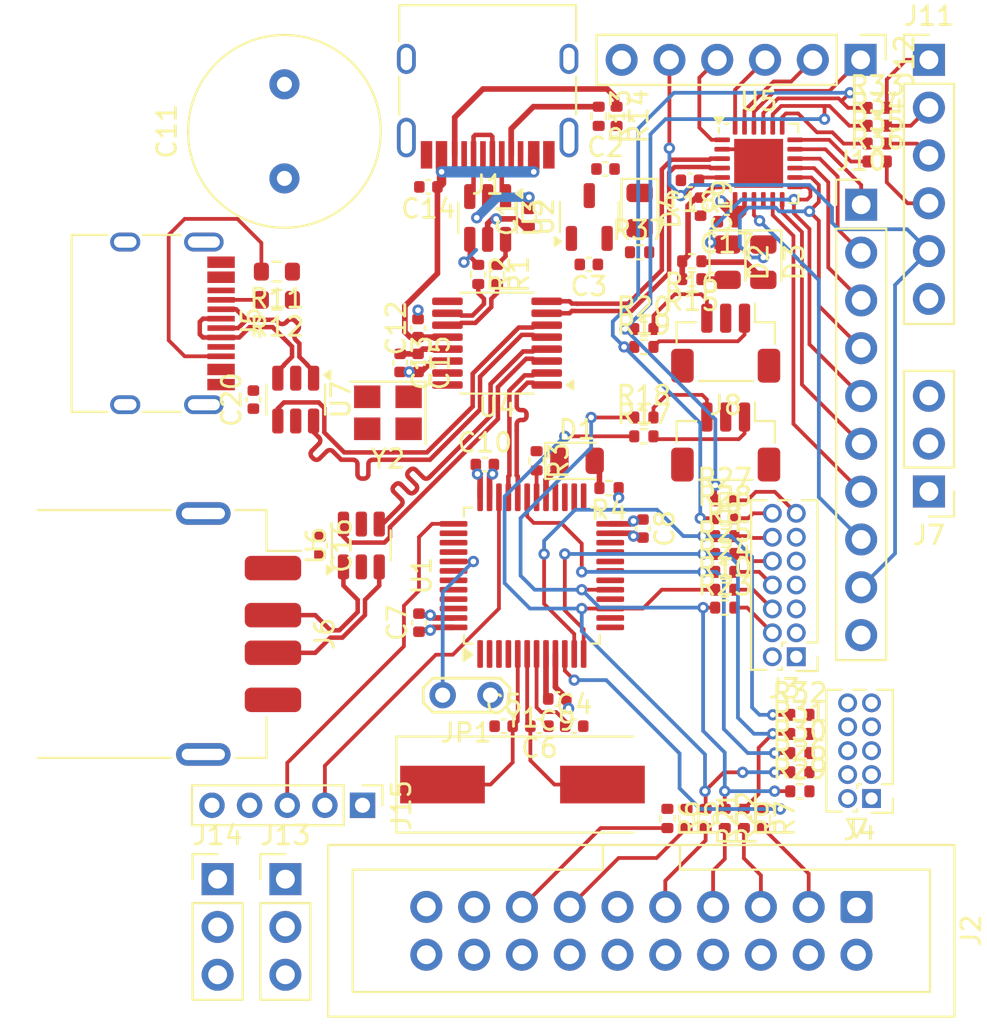
<source format=kicad_pcb>
(kicad_pcb (version 20240108) (generator "pcbnew") (generator_version "8.0")
  (layers (0 "F.Cu" signal) (1 "In1.Cu" power) (2 "In2.Cu" power) (31 "B.Cu" signal) (34 "B.Paste" user) (35 "F.Paste" user) (36 "B.SilkS" user "B.Silkscreen") (37 "F.SilkS" user "F.Silkscreen") (38 "B.Mask" user) (39 "F.Mask" user) (44 "Edge.Cuts" user))
  (net 0 "")
  (net 1 "GND")
  (net 2 "VBUS")
  (net 3 "+5V")
  (net 4 "+3V3")
  (net 5 "/MCU_NRST")
  (net 6 "/MCU_XIN")
  (net 7 "/MCU_XOUT")
  (net 8 "+3V3_HUB")
  (net 9 "/TTL_VIO")
  (net 10 "+3V3_TTL")
  (net 11 "/MCU_LED")
  (net 12 "/MCU_LEDK")
  (net 13 "/TTL_RX_LED_K")
  (net 14 "/TTL_RXS_GPIO1")
  (net 15 "/TTL_TX_LED_K")
  (net 16 "/TTL_TXS_GPIO0")
  (net 17 "/PWR_LED_K")
  (net 18 "/USBD-")
  (net 20 "/USBCC1")
  (net 21 "/USBD+")
  (net 22 "/USBCC2")
  (net 24 "/ARM20_I_nRESET")
  (net 26 "/ARM20_I_JTDI")
  (net 27 "/ARM20_I_nJTRST")
  (net 28 "/ARM20_I_JTDO_TRACESWO")
  (net 31 "/ARM20_I_JTMS_SWDIO")
  (net 33 "/ARM20_I_JTCK_SWCLK")
  (net 35 "/STDC14_I_JTMS_SWDIO")
  (net 37 "/STDC14_I_JTDO_TRACESWO")
  (net 39 "/STDC14_RXD")
  (net 40 "/STDC14_I_JTCK_SWCLK")
  (net 43 "/STDC14_TXD")
  (net 44 "/STDC14_I_JTDI")
  (net 45 "/STDC14_I_nRESET")
  (net 47 "/ARM10_I_JTCK_SWCLK")
  (net 48 "/ARM10_I_nRESET")
  (net 50 "/ARM10_I_JTDO_TRACESWO")
  (net 51 "/ARM10_I_JTMS_SWDIO")
  (net 52 "/ARM10_I_JTDI")
  (net 53 "/ESD_USBCD+")
  (net 54 "/ESD_USBCD-")
  (net 56 "/USBCCC1")
  (net 57 "/USBCCC2")
  (net 59 "/ESD_USBAD-")
  (net 60 "/ESD_USBAD+")
  (net 61 "/PICO_I_RXD")
  (net 62 "/PICO_I_TXD")
  (net 63 "/PICO_I_SWDIO")
  (net 64 "/PICO_I_SWCLK")
  (net 65 "/TTL_GPIO4")
  (net 66 "/TTL_~{RESET}")
  (net 67 "/TTL_~{SUSPEND}")
  (net 68 "/TTL_SUSPEND")
  (net 69 "/TTL_TNOW_GPIO2")
  (net 70 "/TTL_~{WAKEUP}_GPIO3")
  (net 71 "/TTL_I_RTS")
  (net 72 "/TTL_I_CTS")
  (net 73 "/TTL_I_TXD")
  (net 74 "/TTL_I_RXD")
  (net 75 "/TTL_~{RI}")
  (net 76 "/TTL_~{DTR}")
  (net 77 "/TTL_~{DCD}")
  (net 78 "/TTL_~{DSR}")
  (net 79 "/MCU_BOOT0")
  (net 80 "/MCU_BOOT1")
  (net 81 "/MCU_JTMS_SWDIO")
  (net 82 "/MCU_JTCK_SWCLK")
  (net 83 "/JTAG_DISABLE_JMP")
  (net 84 "/HUB_USBD-")
  (net 85 "/ESD_USBD-")
  (net 86 "/HUB_USBD+")
  (net 87 "/ESD_USBD+")
  (net 88 "/MCU_USBATTACH")
  (net 89 "/MCU_I_nRESET")
  (net 90 "/MCU_I_nJTRST")
  (net 91 "/MCU_I_JTDI")
  (net 92 "/MCU_I_JTCK_SWCLK")
  (net 93 "/MCU_I_JTMS_SWDIO")
  (net 94 "/TTL_TXD")
  (net 95 "/TTL_RXD")
  (net 96 "/TTL_~{RTS}")
  (net 97 "/TTL_~{CTS}")
  (net 98 "/HUB_USB1D+")
  (net 100 "/HUB_USB1D-")
  (net 107 "/MCU_JTDO_TRACESWO")
  (net 121 "/HUB_USB2D-")
  (net 122 "/HUB_XOUT")
  (net 124 "/HUB_USB3D+")
  (net 125 "/HUB_XIN")
  (net 126 "/HUB_USB4D-")
  (net 127 "/HUB_USB4D+")
  (net 128 "/HUB_USB3D-")
  (net 129 "/HUB_USB2D+")
  (footprint "Capacitor_THT:C_Radial_D10.0mm_H16.0mm_P5.00mm" (layer "F.Cu") (at 86.2 33.3 90)
    (property "Reference" "C11")
    (property "Value" "220u")
  )
  (footprint "Crystal:Crystal_SMD_3225-4Pin_3.2x2.5mm" (layer "F.Cu") (at 91.7 45.75 180)
    (property "Reference" "Y2")
    (property "Value" "12MHz")
  )
  (footprint "Resistor_SMD:R_0402_1005Metric" (layer "F.Cu") (at 113.59 65.859)
    (property "Reference" "R29")
    (property "Value" "100")
  )
  (footprint "Capacitor_SMD:C_0402_1005Metric" (layer "F.Cu") (at 102.375 37.87 180)
    (property "Reference" "C3")
    (property "Value" "1u")
  )
  (footprint "Resistor_SMD:R_0402_1005Metric" (layer "F.Cu") (at 107.85 37.7 180)
    (property "Reference" "R16")
    (property "Value" "5k1")
  )
  (footprint "Connector_IDC:IDC-Header_2x10_P2.54mm_Vertical" (layer "F.Cu") (at 116.6 72 -90)
    (property "Reference" "J2")
    (property "Value" "ARM_JTAG_SWD_20")
  )
  (footprint "Connector_PinHeader_2.54mm:PinHeader_1x03_P2.54mm_Vertical" (layer "F.Cu") (at 86.25 70.525)
    (property "Reference" "J13")
    (property "Value" "BOOT0_SEL")
  )
  (footprint "Resistor_SMD:R_0402_1005Metric" (layer "F.Cu") (at 99.6 48.3 -90)
    (property "Reference" "R3")
    (property "Value" "1k5")
  )
  (footprint "Resistor_SMD:R_0402_1005Metric" (layer "F.Cu") (at 109.6 54.2)
    (property "Reference" "R24")
    (property "Value" "100")
  )
  (footprint "Capacitor_SMD:C_0402_1005Metric" (layer "F.Cu") (at 88.0875 52.8 -90)
    (property "Reference" "C16")
    (property "Value" "100n")
  )
  (footprint "Package_SO:QSOP-16_3.9x4.9mm_P0.635mm" (layer "F.Cu") (at 97.5 42.05 180)
    (property "Reference" "U4")
    (property "Value" "CH334R")
  )
  (footprint "Capacitor_SMD:C_0402_1005Metric" (layer "F.Cu") (at 99.75 62.4 180)
    (property "Reference" "C6")
    (property "Value" "30p")
  )
  (footprint "Package_QFP:LQFP-48_7x7mm_P0.5mm" (layer "F.Cu") (at 99.35 54.4 90)
    (property "Reference" "U1")
    (property "Value" "STM32F103CBTx")
  )
  (footprint "Resistor_SMD:R_0402_1005Metric" (layer "F.Cu") (at 109.6 67.3 -90)
    (property "Reference" "R22")
    (property "Value" "100")
  )
  (footprint "Resistor_SMD:R_0402_1005Metric" (layer "F.Cu") (at 109.6 52.3)
    (property "Reference" "R8")
    (property "Value" "100")
  )
  (footprint "LED_SMD:LED_0805_2012Metric" (layer "F.Cu") (at 101.75 48.3)
    (property "Reference" "D1")
    (property "Value" "PWRLED")
  )
  (footprint "Resistor_SMD:R_0402_1005Metric" (layer "F.Cu") (at 107.85 38.65 180)
    (property "Reference" "R15")
    (property "Value" "5k1")
  )
  (footprint "Resistor_SMD:R_0402_1005Metric" (layer "F.Cu") (at 109.6 53.25)
    (property "Reference" "R25")
    (property "Value" "100")
  )
  (footprint "Resistor_SMD:R_0603_1608Metric" (layer "F.Cu") (at 85.8 38.25 180)
    (property "Reference" "R11")
    (property "Value" "56k")
  )
  (footprint "Resistor_SMD:R_0402_1005Metric" (layer "F.Cu") (at 111.632 67.3 -90)
    (property "Reference" "R7")
    (property "Value" "100")
  )
  (footprint "LED_SMD:LED_0805_2012Metric" (layer "F.Cu") (at 105.075 35.0075 -90)
    (property "Reference" "D4")
    (property "Value" "LED")
  )
  (footprint "Capacitor_SMD:C_0402_1005Metric" (layer "F.Cu") (at 105.25 51.9 -90)
    (property "Reference" "C8")
    (property "Value" "100n")
  )
  (footprint "Capacitor_SMD:C_0402_1005Metric" (layer "F.Cu") (at 99.2 35.4 90)
    (property "Reference" "C1")
    (property "Value" "100n")
  )
  (footprint "Capacitor_SMD:C_0402_1005Metric" (layer "F.Cu") (at 108.3125 34.8 -90)
    (property "Reference" "C19")
    (property "Value" "100n")
  )
  (footprint "Resistor_SMD:R_0402_1005Metric" (layer "F.Cu") (at 102.9 30 -90)
    (property "Reference" "R13")
    (property "Value" "5k1")
  )
  (footprint "Capacitor_SMD:C_0402_1005Metric" (layer "F.Cu") (at 93.3 41.25 90)
    (property "Reference" "C12")
    (property "Value" "1u")
  )
  (footprint "Connector_PinHeader_2.54mm:PinHeader_1x03_P2.54mm_Vertical" (layer "F.Cu") (at 82.65 70.525)
    (property "Reference" "J14")
    (property "Value" "BOOT1_SEL")
  )
  (footprint "Resistor_SMD:R_0402_1005Metric" (layer "F.Cu") (at 117.7 31.45)
    (property "Reference" "R35")
    (property "Value" "100")
  )
  (footprint "LED_SMD:LED_0805_2012Metric" (layer "F.Cu") (at 111.65 37.75 -90)
    (property "Reference" "D3")
    (property "Value" "TXLED")
  )
  (footprint "Resistor_SMD:R_0402_1005Metric" (layer "F.Cu") (at 113.59 61.795)
    (property "Reference" "R32")
    (property "Value" "100")
  )
  (footprint "Connector_USB:USB_C_Receptacle_HRO_TYPE-C-31-M-12" (layer "F.Cu") (at 78.79 41 -90)
    (property "Reference" "J5")
    (property "Value" "USB_C_Receptacle_USB2.0_16P")
  )
  (footprint "Crystal:Crystal_SMD_HC49-SD" (layer "F.Cu") (at 98.85 65.5)
    (property "Reference" "Y1")
    (property "Value" "8MHz")
  )
  (footprint "Capacitor_SMD:C_0402_1005Metric" (layer "F.Cu") (at 93.35 56.9 90)
    (property "Reference" "C7")
    (property "Value" "100n")
  )
  (footprint "Connector_PinHeader_2.54mm:PinHeader_1x06_P2.54mm_Vertical" (layer "F.Cu") (at 116.82 27 -90)
    (property "Reference" "J12")
    (property "Value" "TTL_EXTRA")
  )
  (footprint "Resistor_SMD:R_0402_1005Metric" (layer "F.Cu") (at 109.6 55.15)
    (property "Reference" "R10")
    (property "Value" "100")
  )
  (footprint "Resistor_SMD:R_0402_1005Metric" (layer "F.Cu") (at 117.7 32.4)
    (property "Reference" "R36")
    (property "Value" "100")
  )
  (footprint "Connector_PinHeader_2.54mm:PinHeader_1x06_P2.54mm_Vertical" (layer "F.Cu") (at 120.45 27)
    (property "Reference" "J11")
    (property "Value" "TTL")
  )
  (footprint "Connector_JST:JST_SH_BM03B-SRSS-TB_1x03-1MP_P1.00mm_Vertical" (layer "F.Cu") (at 109.65 47.3 180)
    (property "Reference" "J9")
    (property "Value" "PICO_3PIN_SWD")
  )
  (footprint "Resistor_SMD:R_0402_1005Metric" (layer "F.Cu") (at 103.45 49.75 180)
    (property "Reference" "R4")
    (property "Value" "1k5")
  )
  (footprint "Resistor_SMD:R_0402_1005Metric" (layer "F.Cu") (at 97.5 38.4 -90)
    (property "Reference" "R1")
    (property "Value" "22")
  )
  (footprint "Package_TO_SOT_SMD:SOT-23-6" (layer "F.Cu") (at 86.8 45.05 -90)
    (property "Reference" "U7")
    (property "Value" "USBLC6-2SC6")
  )
  (footprint "Capacitor_SMD:C_0402_1005Metric" (layer "F.Cu") (at 97.85 62.4)
    (property "Reference" "C5")
    (property "Value" "30p")
  )
  (footprint "Package_TO_SOT_SMD:SOT-23-6" (layer "F.Cu") (at 90.2875 52.8 90)
    (property "Reference" "U6")
    (property "Value" "USBLC6-2SC6")
  )
  (footprint "Resistor_SMD:R_0402_1005Metric" (layer "F.Cu") (at 105.3 41.3)
    (property "Reference" "R20")
    (property "Value" "100")
  )
  (footprint "Capacitor_SMD:C_0402_1005Metric" (layer "F.Cu") (at 109.7125 35.6 180)
    (property "Reference" "C17")
    (property "Value" "1u")
  )
  (footprint "Capacitor_SMD:C_0402_1005Metric" (layer "F.Cu") (at 103.2625 32.8)
    (property "Reference" "C2")
    (property "Value" "1u")
  )
  (footprint "Resistor_SMD:R_0402_1005Metric" (layer "F.Cu") (at 113.59 63.827)
    (property "Reference" "R30")
    (property "Value" "100")
  )
  (footprint "TestPoint:TestPoint_2Pads_Pitch2.54mm_Drill0.8mm" (layer "F.Cu") (at 97.15 60.75 180)
    (property "Reference" "JP1")
    (property "Value" "Jumper_2_Open")
  )
  (footprint "Resistor_SMD:R_0402_1005Metric" (layer "F.Cu") (at 109.6 56.1)
    (property "Reference" "R23")
    (property "Value" "100")
  )
  (footprint "Resistor_SMD:R_0402_1005Metric" (layer "F.Cu") (at 105.3 46)
    (property "Reference" "R18")
    (property "Value" "100")
  )
  (footprint "Resistor_SMD:R_0402_1005Metric" (layer "F.Cu") (at 96.5 38.4 -90)
    (property "Reference" "R2")
    (property "Value" "22")
  )
  (footprint "Resistor_SMD:R_0402_1005Metric" (layer "F.Cu") (at 113.59 64.843)
    (property "Reference" "R26")
    (property "Value" "100")
  )
  (footprint "Package_DFN_QFN:QFN-24-1EP_4x4mm_P0.5mm_EP2.6x2.6mm" (layer "F.Cu") (at 111.4 32.5)
    (property "Reference" "U5")
    (property "Value" "CH9102F")
  )
  (footprint "Connector_USB:USB_C_Receptacle_HRO_TYPE-C-31-M-12" (layer "F.Cu") (at 97 28 180)
    (property "Reference" "J1")
    (property "Value" "USB_C_Receptacle_USB2.0_16P")
  )
  (footprint "Connector_PinHeader_1.27mm:PinHeader_2x07_P1.27mm_Vertical" (layer "F.Cu") (at 113.4 58.71 180)
    (property "Reference" "J3")
    (property "Value" "STDC14")
  )
  (footprint "Resistor_SMD:R_0402_1005Metric" (layer "F.Cu") (at 110.616 67.3 -90)
    (property "Reference" "R9")
    (property "Value" "100")
  )
  (footprint "Resistor_SMD:R_0402_1005Metric" (layer "F.Cu") (at 117.7 30.5)
    (property "Reference" "R34")
    (property "Value" "100")
  )
  (footprint "Resistor_SMD:R_0402_1005Metric" (layer "F.Cu") (at 107.568 67.3 -90)
    (property "Reference" "R5")
    (property "Value" "47k")
  )
  (footprint "Capacitor_SMD:C_0402_1005Metric" (layer "F.Cu") (at 93.3 43.1 -90)
    (property "Reference" "C15")
    (property "Value" "10u")
  )
  (footprint "Resistor_SMD:R_0402_1005Metric" (layer "F.Cu") (at 117.7 29.55)
    (property "Reference" "R33")
    (property "Value" "100")
  )
  (footprint "Capacitor_SMD:C_0402_1005Metric" (layer "F.Cu") (at 100.7 60.95 180)
    (property "Reference" "C9")
    (property "Value" "100n")
  )
  (footprint "Connector_PinHeader_2.54mm:PinHeader_1x03_P2.54mm_Vertical" (layer "F.Cu") (at 120.45 49.93 180)
    (property "Reference" "J7")
    (property "Value" "VTTL_SEL")
  )
  (footprint "Connector_PinHeader_2.00mm:PinHeader_1x05_P2.00mm_Vertical" (layer "F.Cu") (at 90.35 66.6 -90)
    (property "Reference" "J15")
    (property "Value" "MCU_DEBUG")
  )
  (footprint "Capacitor_SMD:C_0402_1005Metric" (layer "F.Cu") (at 101.6 62.4)
    (property "Reference" "C4")
    (property "Value" "100n")
  )
  (footprint "Capacitor_SMD:C_0402_1005Metric" (layer "F.Cu") (at 84.55 45.05 90)
    (property "Reference" "C20")
    (property "Value" "100n")
  )
  (footprint "Resistor_SMD:R_0402_1005Metric" (layer "F.Cu") (at 113.59 62.811)
    (property "Reference" "R31")
    (property "Value" "100")
  )
  (footprint "Resistor_SMD:R_0402_1005Metric" (layer "F.Cu") (at 105.3 47)
    (property "Reference" "R17")
    (property "Value" "100")
  )
  (footprint "Resistor_SMD:R_0603_1608Metric" (layer "F.Cu") (at 85.8 39.75 180)
    (property "Reference" "R12")
    (property "Value" "56k")
  )
  (footprint "Resistor_SMD:R_0402_1005Metric" (layer "F.Cu") (at 108.584 67.3 -90)
    (property "Reference" "R21")
    (property "Value" "100")
  )
  (footprint "Package_TO_SOT_SMD:SOT-23-6" (layer "F.Cu") (at 97 35.4 -90)
    (property "Reference" "U3")
    (property "Value" "USBLC6-2SC6")
  )
  (footprint "Package_TO_SOT_SMD:SOT-23-3" (layer "F.Cu") (at 102.4 35.35 90)
    (property "Reference" "U2")
    (property "Value" "XC6206PxxxMR")
  )
  (footprint "Resistor_SMD:R_0402_1005Metric" (layer "F.Cu") (at 109.6 50.4)
    (property "Reference" "R27")
    (property "Value" "100")
  )
  (footprint "Capacitor_SMD:C_0402_1005Metric" (layer "F.Cu") (at 96.85 48.5)
    (property "Reference" "C10")
    (property "Value" "100n")
  )
  (footprint "Connector_PinHeader_2.54mm:PinHeader_1x10_P2.54mm_Vertical" (layer "F.Cu") (at 116.85 34.7)
    (property "Reference" "J10")
    (property "Value" "TTL_CTRL")
  )
  (footprint "Capacitor_SMD:C_0402_1005Metric" (layer "F.Cu") (at 107.75 33.4 180)
    (property "Reference" "C18")
    (property "Value" "100n")
  )
  (footprint "Resistor_SMD:R_0402_1005Metric" (layer "F.Cu") (at 109.6 51.35)
    (property "Reference" "R28")
    (property "Value" "100")
  )
  (footprint "Connector_PinHeader_1.27mm:PinHeader_2x05_P1.27mm_Vertical" (layer "F.Cu") (at 117.4 66.24 180)
    (property "Reference" "J4")
    (property "Value" "ARM_JTAG_SWD_10")
  )
  (footprint "Capacitor_SMD:C_0402_1005Metric" (layer "F.Cu") (at 93.85 33.75 180)
    (property "Reference" "C14")
    (property "Value" "10u")
  )
  (footprint "Resistor_SMD:R_0402_1005Metric" (layer "F.Cu") (at 105.3 42.25)
    (property "Reference" "R19")
    (property "Value" "100")
  )
  (footprint "LED_SMD:LED_0805_2012Metric" (layer "F.Cu") (at 109.75 37.75 -90)
    (property "Reference" "D2")
    (property "Value" "RXLED")
  )
  (footprint "Resistor_SMD:R_0402_1005Metric" (layer "F.Cu") (at 105.075 37.22)
    (property "Reference" "R37")
    (property "Value" "1k5")
  )
  (footprint "Capacitor_SMD:C_0402_1005Metric" (layer "F.Cu") (at 92.35 43.1 -90)
    (property "Reference" "C13")
    (property "Value" "100n")
  )
  (footprint "Connector_JST:JST_SH_BM03B-SRSS-TB_1x03-1MP_P1.00mm_Vertical" (layer "F.Cu") (at 109.65 42.05 180)
    (property "Reference" "J8")
    (property "Value" "PICO_3PIN_UART")
  )
  (footprint "Resistor_SMD:R_0402_1005Metric" (layer "F.Cu") (at 103.85 30 -90)
    (property "Reference" "R14")
    (property "Value" "5k1")
  )
  (footprint "Resistor_SMD:R_0402_1005Metric" (layer "F.Cu") (at 106.552 67.3 -90)
    (property "Reference" "R6")
    (property "Value" "100")
  )
  (footprint "Connector_USB:USB_A_Receptacle_GCT_USB1046" (layer "F.Cu") (at 78.34 57.5 -90)
    (property "Reference" "J6")
    (property "Value" "USB_A")
  )
  (segment (start 97.257931 49) (end 97.257931 48.572069) (width 0.3) (layer "F.Cu") (net 1))
  (segment (start 93.468332 43.58) (end 93.3 43.58) (width 0.3) (layer "F.Cu") (net 1))
  (segment (start 105.170003 52.300003) (end 105.25 52.38) (width 0.3) (layer "F.Cu") (net 1))
  (segment (start 97.1 49.157931) (end 97.257931 49) (width 0.3) (layer "F.Cu") (net 1))
  (segment (start 110.65 31.75) (end 111.4 32.5) (width 0.2) (layer "F.Cu") (net 1))
  (segment (start 97 34.2625) (end 97 34.808748) (width 0.3) (layer "F.Cu") (net 1))
  (segment (start 103.5125 52.15) (end 104.599997 52.15) (width 0.3) (layer "F.Cu") (net 1))
  (segment (start 104.75 52.300003) (end 105.170003 52.300003) (width 0.3) (layer "F.Cu") (net 1))
  (segment (start 97.257931 48.572069) (end 97.33 48.5) (width 0.3) (layer "F.Cu") (net 1))
  (segment (start 94.1 56.65) (end 95.1875 56.65) (width 0.3) (layer "F.Cu") (net 1))
  (segment (start 109.4625 31.75) (end 110.65 31.75) (width 0.2) (layer "F.Cu") (net 1))
  (segment (start 93.43 56.5) (end 93.35 56.42) (width 0.3) (layer "F.Cu") (net 1))
  (segment (start 97 34.808748) (end 96.418851 35.389897) (width 0.3) (layer "F.Cu") (net 1))
  (segment (start 100.1 60.83) (end 100.22 60.95) (width 0.3) (layer "F.Cu") (net 1))
  (segment (start 94.8625 43.0025) (end 94.045832 43.0025) (width 0.3) (layer "F.Cu") (net 1))
  (segment (start 93.3 40.77) (end 93.3 40.3) (width 0.3) (layer "F.Cu") (net 1))
  (segment (start 97.1 50.2375) (end 97.1 49.157931) (width 0.3) (layer "F.Cu") (net 1))
  (segment (start 92.83 43.58) (end 93.3 43.58) (width 0.3) (layer "F.Cu") (net 1))
  (segment (start 94.045832 43.0025) (end 93.468332 43.58) (width 0.3) (layer "F.Cu") (net 1))
  (segment (start 92.83 43.58) (end 92.35 43.58) (width 0.3) (layer "F.Cu") (net 1))
  (segment (start 99.2 34.3) (end 99.2 34.92) (width 0.5) (layer "F.Cu") (net 1))
  (segment (start 93.95 56.5) (end 94.1 56.65) (width 0.3) (layer "F.Cu") (net 1))
  (segment (start 104.599997 52.15) (end 104.75 52.300003) (width 0.3) (layer "F.Cu") (net 1))
  (segment (start 93.95 56.5) (end 93.43 56.5) (width 0.3) (layer "F.Cu") (net 1))
  (segment (start 100.1 58.5625) (end 100.1 60.83) (width 0.3) (layer "F.Cu") (net 1))
  (via (at 93.95 56.5) (size 0.6) (drill 0.3) (layers "F.Cu" "B.Cu") (net 1))
  (via (at 99.2 34.3) (size 0.6) (drill 0.3) (layers "F.Cu" "B.Cu") (net 1))
  (via (at 104.75 52.300003) (size 0.6) (drill 0.3) (layers "F.Cu" "B.Cu") (net 1))
  (via (at 96.418851 35.389897) (size 0.6) (drill 0.3) (layers "F.Cu" "B.Cu") (net 1))
  (via (at 92.83 43.58) (size 0.6) (drill 0.3) (layers "F.Cu" "B.Cu") (net 1))
  (via (at 97.257931 49) (size 0.6) (drill 0.3) (layers "F.Cu" "B.Cu") (net 1))
  (via (at 93.3 40.3) (size 0.6) (drill 0.3) (layers "F.Cu" "B.Cu") (net 1))
  (segment (start 97.508748 34.3) (end 99.2 34.3) (width 0.5) (layer "B.Cu") (net 1))
  (segment (start 96.418851 35.389897) (end 97.508748 34.3) (width 0.5) (layer "B.Cu") (net 1))
  (segment (start 94.86 41.73) (end 94.8625 41.7325) (width 0.3) (layer "F.Cu") (net 2))
  (segment (start 97.45 35.45) (end 98.5 35.45) (width 0.3) (layer "F.Cu") (net 2))
  (segment (start 98.93 35.88) (end 99.2 35.88) (width 0.3) (layer "F.Cu") (net 2))
  (segment (start 92.6 40.080761) (end 94.33 38.350761) (width 0.3) (layer "F.Cu") (net 2))
  (segment (start 94.55 32.95) (end 94.55 32.045) (width 0.6) (layer "F.Cu") (net 2))
  (segment (start 97 35.7) (end 97 36.5375) (width 0.3) (layer "F.Cu") (net 2))
  (segment (start 93.3 41.73) (end 92.88 41.73) (width 0.3) (layer "F.Cu") (net 2))
  (segment (start 94.55 33.53) (end 94.33 33.75) (width 0.5) (layer "F.Cu") (net 2))
  (segment (start 94.55 32.95) (end 94.55 33.53) (width 0.5) (layer "F.Cu") (net 2))
  (segment (start 99.45 32.045) (end 99.45 32.95) (width 0.6) (layer "F.Cu") (net 2))
  (segment (start 97.45 35.45) (end 97.25 35.45) (width 0.3) (layer "F.Cu") (net 2))
  (segment (start 93.3 41.73) (end 94.86 41.73) (width 0.3) (layer "F.Cu") (net 2))
  (segment (start 92.6 41.45) (end 92.6 40.080761) (width 0.3) (layer "F.Cu") (net 2))
  (segment (start 98.5 35.45) (end 98.93 35.88) (width 0.3) (layer "F.Cu") (net 2))
  (segment (start 94.33 38.350761) (end 94.33 33.75) (width 0.3) (layer "F.Cu") (net 2))
  (segment (start 92.88 41.73) (end 92.6 41.45) (width 0.3) (layer "F.Cu") (net 2))
  (segment (start 97.25 35.45) (end 97 35.7) (width 0.3) (layer "F.Cu") (net 2))
  (via (at 99.45 32.95) (size 0.6) (drill 0.3) (layers "F.Cu" "B.Cu") (net 2))
  (via (at 97.45 35.45) (size 0.6) (drill 0.3) (layers "F.Cu" "B.Cu") (net 2))
  (via (at 94.55 32.95) (size 0.6) (drill 0.3) (layers "F.Cu" "B.Cu") (net 2))
  (segment (start 99.45 32.95) (end 94.55 32.95) (width 0.6) (layer "B.Cu") (net 2))
  (segment (start 109.975 35.075) (end 110 35.05) (width 0.6) (layer "F.Cu") (net 3))
  (segment (start 109.4 34.5) (end 109.975 35.075) (width 0.6) (layer "F.Cu") (net 3))
  (segment (start 110.65 35.1425) (end 110.65 34.4375) (width 0.2) (layer "F.Cu") (net 3))
  (segment (start 110 35.05) (end 110.45 35.05) (width 0.6) (layer "F.Cu") (net 3))
  (segment (start 110.1925 35.6) (end 110.65 35.1425) (width 0.2) (layer "F.Cu") (net 3))
  (segment (start 110.1925 35.2925) (end 110.1925 35.6) (width 0.6) (layer "F.Cu") (net 3))
  (segment (start 110.15 35.5575) (end 110.1925 35.6) (width 0.2) (layer "F.Cu") (net 3))
  (segment (start 110.15 34.4375) (end 110.15 35.5575) (width 0.2) (layer "F.Cu") (net 3))
  (segment (start 109.975 35.075) (end 110.1925 35.2925) (width 0.6) (layer "F.Cu") (net 3))
  (via (at 109.4 34.5) (size 0.6) (drill 0.3) (layers "F.Cu" "B.Cu") (net 3))
  (segment (start 101.3 61.45) (end 101.18 61.33) (width 0.3) (layer "F.Cu") (net 4))
  (segment (start 96.6 50.2375) (end 96.6 49.142072) (width 0.3) (layer "F.Cu") (net 4))
  (segment (start 103.5125 51.65) (end 104.6 51.65) (width 0.3) (layer "F.Cu") (net 4))
  (segment (start 101.18 60.903154) (end 100.6 60.323154) (width 0.3) (layer "F.Cu") (net 4))
  (segment (start 93.95 57.3) (end 93.43 57.3) (width 0.3) (layer "F.Cu") (net 4))
  (segment (start 96.457928 49) (end 96.457928 48.587928) (width 0.3) (layer "F.Cu") (net 4))
  (segment (start 100.6 60.323154) (end 100.6 58.5625) (width 0.3) (layer "F.Cu") (net 4))
  (segment (start 94.1 57.15) (end 93.95 57.3) (width 0.3) (layer "F.Cu") (net 4))
  (segment (start 104.6 51.65) (end 104.75 51.5) (width 0.3) (layer "F.Cu") (net 4))
  (segment (start 96.457928 48.587928) (end 96.37 48.5) (width 0.3) (layer "F.Cu") (net 4))
  (segment (start 95.1875 57.15) (end 94.1 57.15) (width 0.3) (layer "F.Cu") (net 4))
  (segment (start 104.75 51.5) (end 105.17 51.5) (width 0.3) (layer "F.Cu") (net 4))
  (segment (start 105.17 51.5) (end 105.25 51.42) (width 0.3) (layer "F.Cu") (net 4))
  (segment (start 93.43 57.3) (end 93.35 57.38) (width 0.3) (layer "F.Cu") (net 4))
  (segment (start 103.96 50.25) (end 103.96 49.75) (width 0.3) (layer "F.Cu") (net 4))
  (segment (start 101.18 61.33) (end 101.18 60.95) (width 0.3) (layer "F.Cu") (net 4))
  (segment (start 96.6 49.142072) (end 96.457928 49) (width 0.3) (layer "F.Cu") (net 4))
  (via (at 104.75 51.5) (size 0.6) (drill 0.3) (layers "F.Cu" "B.Cu") (net 4))
  (via (at 96.457928 49) (size 0.6) (drill 0.3) (layers "F.Cu" "B.Cu") (net 4))
  (via (at 101.3 61.45) (size 0.6) (drill 0.3) (layers "F.Cu" "B.Cu") (net 4))
  (via (at 93.95 57.3) (size 0.6) (drill 0.3) (layers "F.Cu" "B.Cu") (net 4))
  (via (at 103.96 50.25) (size 0.6) (drill 0.3) (layers "F.Cu" "B.Cu") (net 4))
  (segment (start 99.6 58.5625) (end 99.6 61.4) (width 0.2) (layer "F.Cu") (net 5))
  (segment (start 100.65 61.65) (end 101.12 62.12) (width 0.2) (layer "F.Cu") (net 5))
  (segment (start 99.85 61.65) (end 100.65 61.65) (width 0.2) (layer "F.Cu") (net 5))
  (segment (start 101.12 62.12) (end 101.12 62.4) (width 0.2) (layer "F.Cu") (net 5))
  (segment (start 99.6 61.4) (end 99.85 61.65) (width 0.2) (layer "F.Cu") (net 5))
  (segment (start 98.33 64.32) (end 98.33 62.4) (width 0.2) (layer "F.Cu") (net 6))
  (segment (start 94.6 65.5) (end 97.15 65.5) (width 0.2) (layer "F.Cu") (net 6))
  (segment (start 97.15 65.5) (end 98.33 64.32) (width 0.2) (layer "F.Cu") (net 6))
  (segment (start 98.33 62.4) (end 98.6 62.13) (width 0.2) (layer "F.Cu") (net 6))
  (segment (start 98.6 62.13) (end 98.6 58.5625) (width 0.2) (layer "F.Cu") (net 6))
  (segment (start 103.1 65.5) (end 100.55 65.5) (width 0.2) (layer "F.Cu") (net 7))
  (segment (start 99.27 62.4) (end 99.1 62.23) (width 0.2) (layer "F.Cu") (net 7))
  (segment (start 99.27 64.22) (end 99.27 62.4) (width 0.2) (layer "F.Cu") (net 7))
  (segment (start 99.1 62.23) (end 99.1 58.5625) (width 0.2) (layer "F.Cu") (net 7))
  (segment (start 100.55 65.5) (end 99.27 64.22) (width 0.2) (layer "F.Cu") (net 7))
  (segment (start 92.35 42.62) (end 93.3 42.62) (width 0.3) (layer "F.Cu") (net 8))
  (segment (start 93.3 42.62) (end 93.5525 42.3675) (width 0.3) (layer "F.Cu") (net 8))
  (segment (start 93.5525 42.3675) (end 94.8625 42.3675) (width 0.3) (layer "F.Cu") (net 8))
  (segment (start 106.657373 30.007373) (end 106.657373 31.695696) (width 0.2) (layer "F.Cu") (net 9))
  (segment (start 106.66 30.004746) (end 106.66 27) (width 0.2) (layer "F.Cu") (net 9))
  (segment (start 108.23 33.4) (end 107.42 34.21) (width 0.2) (layer "F.Cu") (net 9))
  (segment (start 106.657373 30.007373) (end 106.66 30.004746) (width 0.2) (layer "F.Cu") (net 9))
  (segment (start 107.42 34.21) (end 107.2645 34.21) (width 0.2) (layer "F.Cu") (net 9))
  (segment (start 108.38 33.25) (end 109.4625 33.25) (width 0.2) (layer "F.Cu") (net 9))
  (segment (start 108.23 33.4) (end 108.38 33.25) (width 0.2) (layer "F.Cu") (net 9))
  (via (at 106.657373 31.695696) (size 0.6) (drill 0.3) (layers "F.Cu" "B.Cu") (net 9))
  (via (at 107.2645 34.21) (size 0.6) (drill 0.3) (layers "F.Cu" "B.Cu") (net 9))
  (segment (start 106.66 31.698323) (end 106.66 33.6055) (width 0.2) (layer "B.Cu") (net 9))
  (segment (start 106.66 33.6055) (end 107.2645 34.21) (width 0.2) (layer "B.Cu") (net 9))
  (segment (start 106.657373 31.695696) (end 106.66 31.698323) (width 0.2) (layer "B.Cu") (net 9))
  (segment (start 115.3 35.65) (end 115.65 36) (width 0.2) (layer "B.Cu") (net 9))
  (segment (start 118.65 38.96) (end 118.65 53.22) (width 0.2) (layer "B.Cu") (net 9))
  (segment (start 119.29 36) (end 120.45 37.16) (width 0.2) (layer "B.Cu") (net 9))
  (segment (start 118.65 53.22) (end 116.85 55.02) (width 0.2) (layer "B.Cu") (net 9))
  (segment (start 107.2645 34.21) (end 107.8245 33.65) (width 0.2) (layer "B.Cu") (net 9))
  (segment (start 120.45 37.16) (end 118.65 38.96) (width 0.2) (layer "B.Cu") (net 9))
  (segment (start 115.65 36) (end 119.29 36) (width 0.2) (layer "B.Cu") (net 9))
  (segment (start 115.3 34.85) (end 115.3 35.65) (width 0.2) (layer "B.Cu") (net 9))
  (segment (start 107.8245 33.65) (end 114.1 33.65) (width 0.2) (layer "B.Cu") (net 9))
  (segment (start 114.1 33.65) (end 115.3 34.85) (width 0.2) (layer "B.Cu") (net 9))
  (segment (start 108.38 34.32) (end 108.3125 34.32) (width 0.2) (layer "F.Cu") (net 10))
  (segment (start 108.08 34.32) (end 107.65 34.75) (width 0.3) (layer "F.Cu") (net 10))
  (segment (start 109.4625 33.75) (end 108.95 33.75) (width 0.2) (layer "F.Cu") (net 10))
  (segment (start 108.429346 34.32) (end 108.9725 33.776846) (width 0.3) (layer "F.Cu") (net 10))
  (segment (start 108.3125 34.32) (end 108.08 34.32) (width 0.3) (layer "F.Cu") (net 10))
  (segment (start 107.65 34.75) (end 107.65 37.39) (width 0.3) (layer "F.Cu") (net 10))
  (segment (start 107.34 37.7) (end 107.34 38.65) (width 0.3) (layer "F.Cu") (net 10))
  (segment (start 108.3125 34.32) (end 108.429346 34.32) (width 0.3) (layer "F.Cu") (net 10))
  (segment (start 107.65 37.39) (end 107.34 37.7) (width 0.3) (layer "F.Cu") (net 10))
  (segment (start 100.8125 48.607134) (end 100.8125 48.3) (width 0.3) (layer "F.Cu") (net 11))
  (segment (start 100.1 49.319634) (end 100.8125 48.607134) (width 0.3) (layer "F.Cu") (net 11))
  (segment (start 100.1 50.2375) (end 100.1 49.319634) (width 0.3) (layer "F.Cu") (net 11))
  (segment (start 102.94 49.75) (end 102.94 48.5525) (width 0.3) (layer "F.Cu") (net 12))
  (segment (start 102.94 48.5525) (end 102.6875 48.3) (width 0.3) (layer "F.Cu") (net 12))
  (segment (start 109.7125 38.65) (end 109.75 38.6875) (width 0.3) (layer "F.Cu") (net 13))
  (segment (start 108.36 38.65) (end 109.7125 38.65) (width 0.3) (layer "F.Cu") (net 13))
  (segment (start 113.3375 33.75) (end 114 33.75) (width 0.2) (layer "F.Cu") (net 14))
  (segment (start 114.15 33.9) (end 114.15 34.25) (width 0.2) (layer "F.Cu") (net 14))
  (segment (start 113.274999 35.159313) (end 114.1 35.984314) (width 0.2) (layer "F.Cu") (net 14))
  (segment (start 114.1 42.11) (end 116.85 44.86) (width 0.2) (layer "F.Cu") (net 14))
  (segment (start 109.6375 36.7) (end 109.75 36.8125) (width 0.2) (layer "F.Cu") (net 14))
  (segment (start 108.85 36.7) (end 109.6375 36.7) (width 0.2) (layer "F.Cu") (net 14))
  (segment (start 114 33.75) (end 114.15 33.9) (width 0.2) (layer "F.Cu") (net 14))
  (segment (start 114.15 34.25) (end 113.976474 34.423526) (width 0.2) (layer "F.Cu") (net 14))
  (segment (start 114.1 35.984314) (end 114.1 42.11) (width 0.2) (layer "F.Cu") (net 14))
  (segment (start 113.274999 34.423526) (end 113.274999 35.159313) (width 0.2) (layer "F.Cu") (net 14))
  (segment (start 113.976474 34.423526) (end 113.274999 34.423526) (width 0.2) (layer "F.Cu") (net 14))
  (via (at 113.274999 34.423526) (size 0.6) (drill 0.3) (layers "F.Cu" "B.Cu") (net 14))
  (via (at 108.85 36.7) (size 0.6) (drill 0.3) (layers "F.Cu" "B.Cu") (net 14))
  (segment (start 108.85 36.05) (end 108.85 36.7) (width 0.2) (layer "B.Cu") (net 14))
  (segment (start 110.476474 34.423526) (end 108.85 36.05) (width 0.2) (layer "B.Cu") (net 14))
  (segment (start 113.274999 34.423526) (end 110.476474 34.423526) (width 0.2) (layer "B.Cu") (net 14))
  (segment (start 108.36 37.7) (end 108.41 37.75) (width 0.3) (layer "F.Cu") (net 15))
  (segment (start 108.41 37.75) (end 110.7125 37.75) (width 0.3) (layer "F.Cu") (net 15))
  (segment (start 110.7125 37.75) (end 111.65 38.6875) (width 0.3) (layer "F.Cu") (net 15))
  (segment (start 114.1 35.05) (end 114.6 35.55) (width 0.2) (layer "F.Cu") (net 16))
  (segment (start 114.6 34.2) (end 114.6 34.55) (width 0.2) (layer "F.Cu") (net 16))
  (segment (start 114.6 33.65) (end 114.6 34.2) (width 0.2) (layer "F.Cu") (net 16))
  (segment (start 111.65 37.5) (end 111.65 36.8125) (width 0.2) (layer "F.Cu") (net 16))
  (segment (start 113.3375 33.25) (end 114.2 33.25) (width 0.2) (layer "F.Cu") (net 16))
  (segment (start 114.6 40.07) (end 116.85 42.32) (width 0.2) (layer "F.Cu") (net 16))
  (segment (start 114.6 34.55) (end 114.1 35.05) (width 0.2) (layer "F.Cu") (net 16))
  (segment (start 114.6 35.55) (end 114.6 40.07) (width 0.2) (layer "F.Cu") (net 16))
  (segment (start 114.2 33.25) (end 114.6 33.65) (width 0.2) (layer "F.Cu") (net 16))
  (via (at 114.1 35.05) (size 0.6) (drill 0.3) (layers "F.Cu" "B.Cu") (net 16))
  (via (at 111.65 37.5) (size 0.6) (drill 0.3) (layers "F.Cu" "B.Cu") (net 16))
  (segment (start 112.5 35.05) (end 114.1 35.05) (width 0.2) (layer "B.Cu") (net 16))
  (segment (start 110.85 34.85) (end 112.3 34.85) (width 0.2) (layer "B.Cu") (net 16))
  (segment (start 110.4 35.3) (end 110.85 34.85) (width 0.2) (layer "B.Cu") (net 16))
  (segment (start 111.65 37.5) (end 111 37.5) (width 0.2) (layer "B.Cu") (net 16))
  (segment (start 110.4 36.9) (end 110.4 35.3) (width 0.2) (layer "B.Cu") (net 16))
  (segment (start 112.3 34.85) (end 112.5 35.05) (width 0.2) (layer "B.Cu") (net 16))
  (segment (start 111 37.5) (end 110.4 36.9) (width 0.2) (layer "B.Cu") (net 16))
  (segment (start 97.75 33.147) (end 97.75 32.045) (width 0.2395) (layer "F.Cu") (net 18))
  (segment (start 96.8875 33.147) (end 97.75 33.147) (width 0.2395) (layer "F.Cu") (net 18))
  (segment (start 96.75 33.0095) (end 96.8875 33.147) (width 0.2395) (layer "F.Cu") (net 18))
  (segment (start 97.95 34.2625) (end 97.75 34.0625) (width 0.2395) (layer "F.Cu") (net 18))
  (segment (start 97.75 34.0625) (end 97.75 33.147) (width 0.2395) (layer "F.Cu") (net 18))
  (segment (start 96.75 32.045) (end 96.75 33.0095) (width 0.2395) (layer "F.Cu") (net 18))
  (segment (start 98.25 30.67) (end 98.25 32.045) (width 0.3) (layer "F.Cu") (net 20))
  (segment (start 102.9 29.49) (end 99.43 29.49) (width 0.3) (layer "F.Cu") (net 20))
  (segment (start 99.43 29.49) (end 98.25 30.67) (width 0.3) (layer "F.Cu") (net 20))
  (segment (start 97.25 32.045) (end 97.25 31.0805) (width 0.2395) (layer "F.Cu") (net 21))
  (segment (start 97.1575 30.988) (end 96.3425 30.988) (width 0.2395) (layer "F.Cu") (net 21))
  (segment (start 96.25 31.0805) (end 96.25 32.045) (width 0.2395) (layer "F.Cu") (net 21))
  (segment (start 97.25 31.0805) (end 97.1575 30.988) (width 0.2395) (layer "F.Cu") (net 21))
  (segment (start 96.05 34.2625) (end 96.25 34.0625) (width 0.2395) (layer "F.Cu") (net 21))
  (segment (start 96.3425 30.988) (end 96.25 31.0805) (width 0.2395) (layer "F.Cu") (net 21))
  (segment (start 96.25 34.0625) (end 96.25 32.045) (width 0.2395) (layer "F.Cu") (net 21))
  (segment (start 96.75 28.55) (end 95.25 30.05) (width 0.3) (layer "F.Cu") (net 22))
  (segment (start 95.25 30.05) (end 95.25 32.045) (width 0.3) (layer "F.Cu") (net 22))
  (segment (start 103.85 29.05) (end 103.35 28.55) (width 0.3) (layer "F.Cu") (net 22))
  (segment (start 103.35 28.55) (end 96.75 28.55) (width 0.3) (layer "F.Cu") (net 22))
  (segment (start 103.85 29.49) (end 103.85 29.05) (width 0.3) (layer "F.Cu") (net 22))
  (segment (start 103.01 67.81) (end 98.82 72) (width 0.2) (layer "F.Cu") (net 24))
  (segment (start 106.552 67.81) (end 103.01 67.81) (width 0.2) (layer "F.Cu") (net 24))
  (segment (start 110.616 69.416) (end 111.52 70.32) (width 0.2) (layer "F.Cu") (net 26))
  (segment (start 111.52 70.32) (end 111.52 72) (width 0.2) (layer "F.Cu") (net 26))
  (segment (start 110.616 67.81) (end 110.616 69.416) (width 0.2) (layer "F.Cu") (net 26))
  (segment (start 114.06 70.238) (end 114.06 72) (width 0.2) (layer "F.Cu") (net 27))
  (segment (start 111.632 67.81) (end 114.06 70.238) (width 0.2) (layer "F.Cu") (net 27))
  (segment (start 108.45 54.2) (end 109.09 54.2) (width 0.2) (layer "F.Cu") (net 28))
  (segment (start 99.45 51.6) (end 100.9 51.6) (width 0.2) (layer "F.Cu") (net 28))
  (segment (start 105.978 69.4) (end 103.96 69.4) (width 0.2) (layer "F.Cu") (net 28))
  (segment (start 100.9 51.6) (end 102 52.7) (width 0.2) (layer "F.Cu") (net 28))
  (segment (start 102 52.7) (end 102 54.2) (width 0.2) (layer "F.Cu") (net 28))
  (segment (start 99.1 50.2375) (end 99.1 51.25) (width 0.2) (layer "F.Cu") (net 28))
  (segment (start 107.568 67.81) (end 105.978 69.4) (width 0.2) (layer "F.Cu") (net 28))
  (segment (start 103.96 69.4) (end 101.36 72) (width 0.2) (layer "F.Cu") (net 28))
  (segment (start 99.1 51.25) (end 99.45 51.6) (width 0.2) (layer "F.Cu") (net 28))
  (segment (start 112.25 63.827) (end 113.08 63.827) (width 0.2) (layer "F.Cu") (net 28))
  (via (at 112.25 63.827) (size 0.6) (drill 0.3) (layers "F.Cu" "B.Cu") (net 28))
  (via (at 102 54.2) (size 0.6) (drill 0.3) (layers "F.Cu" "B.Cu") (net 28))
  (via (at 108.45 54.2) (size 0.6) (drill 0.3) (layers "F.Cu" "B.Cu") (net 28))
  (segment (start 102 54.2) (end 108.45 54.2) (width 0.2) (layer "B.Cu") (net 28))
  (segment (start 109.55 62.55) (end 109.55 54.6) (width 0.2) (layer "B.Cu") (net 28))
  (segment (start 110.827 63.827) (end 109.55 62.55) (width 0.2) (layer "B.Cu") (net 28))
  (segment (start 112.25 63.827) (end 110.827 63.827) (width 0.2) (layer "B.Cu") (net 28))
  (segment (start 109.55 54.6) (end 109.15 54.2) (width 0.2) (layer "B.Cu") (net 28))
  (segment (start 109.15 54.2) (end 108.45 54.2) (width 0.2) (layer "B.Cu") (net 28))
  (segment (start 109.6 69.45) (end 108.98 70.07) (width 0.2) (layer "F.Cu") (net 31))
  (segment (start 109.6 67.81) (end 109.6 69.45) (width 0.2) (layer "F.Cu") (net 31))
  (segment (start 108.98 70.07) (end 108.98 72) (width 0.2) (layer "F.Cu") (net 31))
  (segment (start 108.584 67.81) (end 108.584 68.466) (width 0.2) (layer "F.Cu") (net 33))
  (segment (start 108.584 68.466) (end 106.44 70.61) (width 0.2) (layer "F.Cu") (net 33))
  (segment (start 106.44 70.61) (end 106.44 72) (width 0.2) (layer "F.Cu") (net 33))
  (segment (start 110.79 56.1) (end 112.13 57.44) (width 0.2) (layer "F.Cu") (net 35))
  (segment (start 110.11 56.1) (end 110.79 56.1) (width 0.2) (layer "F.Cu") (net 35))
  (segment (start 111.43 54.2) (end 112.13 54.9) (width 0.2) (layer "F.Cu") (net 37))
  (segment (start 110.11 54.2) (end 111.43 54.2) (width 0.2) (layer "F.Cu") (net 37))
  (segment (start 112.26 49.95) (end 113.4 51.09) (width 0.2) (layer "F.Cu") (net 39))
  (segment (start 111.25 49.95) (end 112.26 49.95) (width 0.2) (layer "F.Cu") (net 39))
  (segment (start 110.8 50.4) (end 111.25 49.95) (width 0.2) (layer "F.Cu") (net 39))
  (segment (start 110.11 50.4) (end 110.8 50.4) (width 0.2) (layer "F.Cu") (net 39))
  (segment (start 110.11 55.15) (end 111.11 55.15) (width 0.2) (layer "F.Cu") (net 40))
  (segment (start 111.11 55.15) (end 112.13 56.17) (width 0.2) (layer "F.Cu") (net 40))
  (segment (start 110.11 51.35) (end 110.85 51.35) (width 0.2) (layer "F.Cu") (net 43))
  (segment (start 111.11 51.09) (end 112.13 51.09) (width 0.2) (layer "F.Cu") (net 43))
  (segment (start 110.85 51.35) (end 111.11 51.09) (width 0.2) (layer "F.Cu") (net 43))
  (segment (start 110.11 53.25) (end 110.65 53.25) (width 0.2) (layer "F.Cu") (net 44))
  (segment (start 110.65 53.25) (end 111.03 53.63) (width 0.2) (layer "F.Cu") (net 44))
  (segment (start 111.03 53.63) (end 112.13 53.63) (width 0.2) (layer "F.Cu") (net 44))
  (segment (start 111.05 52.4) (end 112.09 52.4) (width 0.2) (layer "F.Cu") (net 45))
  (segment (start 110.11 52.3) (end 110.95 52.3) (width 0.2) (layer "F.Cu") (net 45))
  (segment (start 112.09 52.4) (end 112.13 52.36) (width 0.2) (layer "F.Cu") (net 45))
  (segment (start 110.95 52.3) (end 111.05 52.4) (width 0.2) (layer "F.Cu") (net 45))
  (segment (start 85.57458 41.2) (end 84.35 41.2) (width 0.2395) (layer "F.Cu") (net 53))
  (segment (start 81.7 41.5795) (end 81.8705 41.75) (width 0.2395) (layer "F.Cu") (net 53))
  (segment (start 85.850001 43.9125) (end 85.850001 43.55) (width 0.2395) (layer "F.Cu") (net 53))
  (segment (start 81.7 40.9205) (end 81.7 41.5795) (width 0.2395) (layer "F.Cu") (net 53))
  (segment (start 84.35 41.2) (end 83.8 41.75) (width 0.2395) (layer "F.Cu") (net 53))
  (segment (start 85.850001 43.55) (end 86.18025 43.219751) (width 0.2395) (layer "F.Cu") (net 53))
  (segment (start 86.18025 43.219751) (end 86.18025 43.201268) (width 0.2395) (layer "F.Cu") (net 53))
  (segment (start 86.60525 42.776268) (end 86.60525 42.23067) (width 0.2395) (layer "F.Cu") (net 53))
  (segment (start 83.8 41.75) (end 82.835 41.75) (width 0.2395) (layer "F.Cu") (net 53))
  (segment (start 81.8705 40.75) (end 81.7 40.9205) (width 0.2395) (layer "F.Cu") (net 53))
  (segment (start 86.18025 43.201268) (end 86.60525 42.776268) (width 0.2395) (layer "F.Cu") (net 53))
  (segment (start 86.60525 42.23067) (end 85.57458 41.2) (width 0.2395) (layer "F.Cu") (net 53))
  (segment (start 82.835 40.75) (end 81.8705 40.75) (width 0.2395) (layer "F.Cu") (net 53))
  (segment (start 81.8705 41.75) (end 82.835 41.75) (width 0.2395) (layer "F.Cu") (net 53))
  (segment (start 86.882006 40.980778) (end 86.777354 40.876126) (width 0.2395) (layer "F.Cu") (net 54))
  (segment (start 87.41975 43.219751) (end 87.41975 43.201268) (width 0.2395) (layer "F.Cu") (net 54))
  (segment (start 85.870842 40.945422) (end 85.766191 40.840771) (width 0.2395) (layer "F.Cu") (net 54))
  (segment (start 84.188664 40.8105) (end 83.628164 40.25) (width 0.2395) (layer "F.Cu") (net 54))
  (segment (start 83.749164 41.25) (end 84.188664 40.8105) (width 0.2395) (layer "F.Cu") (net 54))
  (segment (start 86.99475 42.776268) (end 86.99475 42.06933) (width 0.2395) (layer "F.Cu") (net 54))
  (segment (start 85.73592 40.8105) (end 85.6 40.8105) (width 0.2395) (layer "F.Cu") (net 54))
  (segment (start 85.766191 40.840771) (end 85.73592 40.8105) (width 0.2395) (layer "F.Cu") (net 54))
  (segment (start 85.6 40.8105) (end 84.188664 40.8105) (width 0.2395) (layer "F.Cu") (net 54))
  (segment (start 87.41975 43.201268) (end 86.99475 42.776268) (width 0.2395) (layer "F.Cu") (net 54))
  (segment (start 82.835 41.25) (end 83.749164 41.25) (width 0.2395) (layer "F.Cu") (net 54))
  (segment (start 86.99475 42.06933) (end 86.81271 41.88729) (width 0.2395) (layer "F.Cu") (net 54))
  (segment (start 87.749999 43.55) (end 87.41975 43.219751) (width 0.2395) (layer "F.Cu") (net 54))
  (segment (start 86.81271 41.468682) (end 86.882006 41.399385) (width 0.2395) (layer "F.Cu") (net 54))
  (segment (start 86.358746 40.876126) (end 86.289449 40.945422) (width 0.2395) (layer "F.Cu") (net 54))
  (segment (start 87.749999 43.9125) (end 87.749999 43.55) (width 0.2395) (layer "F.Cu") (net 54))
  (segment (start 83.628164 40.25) (end 82.835 40.25) (width 0.2395) (layer "F.Cu") (net 54))
  (arc (start 86.81271 41.88729) (mid 86.726013 41.677986) (end 86.81271 41.468682) (width 0.2395) (layer "F.Cu") (net 54))
  (arc (start 86.882006 41.399385) (mid 86.968703 41.190081) (end 86.882006 40.980778) (width 0.2395) (layer "F.Cu") (net 54))
  (arc (start 86.777354 40.876126) (mid 86.56805 40.789429) (end 86.358746 40.876126) (width 0.2395) (layer "F.Cu") (net 54))
  (arc (start 86.289449 40.945422) (mid 86.080145 41.032119) (end 85.870842 40.945422) (width 0.2395) (layer "F.Cu") (net 54))
  (segment (start 84.975 39.75) (end 82.835 39.75) (width 0.2) (layer "F.Cu") (net 56))
  (segment (start 80.05 41.9) (end 80.9 42.75) (width 0.2) (layer "F.Cu") (net 57))
  (segment (start 80.9 42.75) (end 82.835 42.75) (width 0.2) (layer "F.Cu") (net 57))
  (segment (start 84.975 36.725) (end 83.7 35.45) (width 0.2) (layer "F.Cu") (net 57))
  (segment (start 83.7 35.45) (end 80.9 35.45) (width 0.2) (layer "F.Cu") (net 57))
  (segment (start 80.05 36.3) (end 80.05 41.9) (width 0.2) (layer "F.Cu") (net 57))
  (segment (start 80.9 35.45) (end 80.05 36.3) (width 0.2) (layer "F.Cu") (net 57))
  (segment (start 84.975 38.25) (end 84.975 36.725) (width 0.2) (layer "F.Cu") (net 57))
  (segment (start 90.09275 56.33183) (end 89.11933 57.30525) (width 0.2395) (layer "F.Cu") (net 59))
  (segment (start 89.337501 53.9375) (end 89.337501 54.931251) (width 0.2395) (layer "F.Cu") (net 59))
  (segment (start 87.840001 56.5) (end 85.59 56.5) (width 0.2395) (layer "F.Cu") (net 59))
  (segment (start 89.337501 54.931251) (end 90.09275 55.6865) (width 0.2395) (layer "F.Cu") (net 59))
  (segment (start 88.645251 57.30525) (end 87.840001 56.5) (width 0.2395) (layer "F.Cu") (net 59))
  (segment (start 89.11933 57.30525) (end 88.645251 57.30525) (width 0.2395) (layer "F.Cu") (net 59))
  (segment (start 90.09275 55.6865) (end 90.09275 56.33183) (width 0.2395) (layer "F.Cu") (net 59))
  (segment (start 91.237499 54.931251) (end 90.48225 55.6865) (width 0.2395) (layer "F.Cu") (net 60))
  (segment (start 90.48225 55.6865) (end 90.48225 56.49317) (width 0.2395) (layer "F.Cu") (net 60))
  (segment (start 88.645251 57.69475) (end 87.840001 58.5) (width 0.2395) (layer "F.Cu") (net 60))
  (segment (start 91.237499 53.9375) (end 91.237499 54.931251) (width 0.2395) (layer "F.Cu") (net 60))
  (segment (start 87.840001 58.5) (end 85.59 58.5) (width 0.2395) (layer "F.Cu") (net 60))
  (segment (start 90.48225 56.49317) (end 89.28067 57.69475) (width 0.2395) (layer "F.Cu") (net 60))
  (segment (start 89.28067 57.69475) (end 88.645251 57.69475) (width 0.2395) (layer "F.Cu") (net 60))
  (segment (start 108.35 39.45) (end 108.65 39.75) (width 0.2) (layer "F.Cu") (net 61))
  (segment (start 106.95 39.45) (end 108.35 39.45) (width 0.2) (layer "F.Cu") (net 61))
  (segment (start 105.81 40.59) (end 106.95 39.45) (width 0.2) (layer "F.Cu") (net 61))
  (segment (start 108.65 39.75) (end 108.65 40.725) (width 0.2) (layer "F.Cu") (net 61))
  (segment (start 105.81 41.3) (end 105.81 40.59) (width 0.2) (layer "F.Cu") (net 61))
  (segment (start 106.11 41.95) (end 110.3 41.95) (width 0.2) (layer "F.Cu") (net 62))
  (segment (start 110.3 41.95) (end 110.65 41.6) (width 0.2) (layer "F.Cu") (net 62))
  (segment (start 105.81 42.25) (end 106.11 41.95) (width 0.2) (layer "F.Cu") (net 62))
  (segment (start 110.65 41.6) (end 110.65 40.725) (width 0.2) (layer "F.Cu") (net 62))
  (segment (start 105.81 46) (end 105.81 45.49) (width 0.2) (layer "F.Cu") (net 63))
  (segment (start 108.4 44.8) (end 108.65 45.05) (width 0.2) (layer "F.Cu") (net 63))
  (segment (start 105.81 45.49) (end 106.5 44.8) (width 0.2) (layer "F.Cu") (net 63))
  (segment (start 106.5 44.8) (end 108.4 44.8) (width 0.2) (layer "F.Cu") (net 63))
  (segment (start 108.65 45.05) (end 108.65 45.975) (width 0.2) (layer "F.Cu") (net 63))
  (segment (start 105.96 47.15) (end 110.35 47.15) (width 0.2) (layer "F.Cu") (net 64))
  (segment (start 105.81 47) (end 105.96 47.15) (width 0.2) (layer "F.Cu") (net 64))
  (segment (start 110.65 46.85) (end 110.65 45.975) (width 0.2) (layer "F.Cu") (net 64))
  (segment (start 110.35 47.15) (end 110.65 46.85) (width 0.2) (layer "F.Cu") (net 64))
  (segment (start 113.3375 32.25) (end 114.65 32.25) (width 0.2) (layer "F.Cu") (net 65))
  (segment (start 115.6 33.2) (end 115.6 35.99) (width 0.2) (layer "F.Cu") (net 65))
  (segment (start 115.6 35.99) (end 116.85 37.24) (width 0.2) (layer "F.Cu") (net 65))
  (segment (start 114.65 32.25) (end 115.6 33.2) (width 0.2) (layer "F.Cu") (net 65))
  (segment (start 111.15 35.25) (end 111.45 35.55) (width 0.2) (layer "F.Cu") (net 66))
  (segment (start 111.15 34.4375) (end 111.15 35.25) (width 0.2) (layer "F.Cu") (net 66))
  (via (at 111.45 35.55) (size 0.6) (drill 0.3) (layers "F.Cu" "B.Cu") (net 66))
  (segment (start 111.45 35.55) (end 114.6 38.7) (width 0.2) (layer "B.Cu") (net 66))
  (segment (start 114.6 38.7) (end 114.6 50.23) (width 0.2) (layer "B.Cu") (net 66))
  (segment (start 114.6 50.23) (end 116.85 52.48) (width 0.2) (layer "B.Cu") (net 66))
  (segment (start 113.3375 32.75) (end 114.35 32.75) (width 0.2) (layer "F.Cu") (net 67))
  (segment (start 115.1 38.03) (end 116.85 39.78) (width 0.2) (layer "F.Cu") (net 67))
  (segment (start 114.35 32.75) (end 115.1 33.5) (width 0.2) (layer "F.Cu") (net 67))
  (segment (start 115.1 33.5) (end 115.1 38.03) (width 0.2) (layer "F.Cu") (net 67))
  (segment (start 113.3375 31.75) (end 114.95 31.75) (width 0.2) (layer "F.Cu") (net 68))
  (segment (start 114.95 31.75) (end 116.85 33.65) (width 0.2) (layer "F.Cu") (net 68))
  (segment (start 116.85 33.65) (end 116.85 34.7) (width 0.2) (layer "F.Cu") (net 68))
  (segment (start 112.65 34.4375) (end 112.65 35.1) (width 0.2) (layer "F.Cu") (net 69))
  (segment (start 113.7 44.25) (end 116.85 47.4) (width 0.2) (layer "F.Cu") (net 69))
  (segment (start 113.7 36.15) (end 113.7 44.25) (width 0.2) (layer "F.Cu") (net 69))
  (segment (start 112.65 35.1) (end 113.7 36.15) (width 0.2) (layer "F.Cu") (net 69))
  (segment (start 112.15 35.25) (end 113.25 36.35) (width 0.2) (layer "F.Cu") (net 70))
  (segment (start 113.25 36.35) (end 113.25 46.34) (width 0.2) (layer "F.Cu") (net 70))
  (segment (start 113.25 46.34) (end 116.85 49.94) (width 0.2) (layer "F.Cu") (net 70))
  (segment (start 112.15 34.4375) (end 112.15 35.25) (width 0.2) (layer "F.Cu") (net 70))
  (segment (start 119.82 31.45) (end 120.45 32.08) (width 0.2) (layer "F.Cu") (net 71))
  (segment (start 118.21 31.45) (end 119.82 31.45) (width 0.2) (layer "F.Cu") (net 71))
  (segment (start 118.21 33.51) (end 119.32 34.62) (width 0.2) (layer "F.Cu") (net 72))
  (segment (start 118.21 32.4) (end 118.21 33.51) (width 0.2) (layer "F.Cu") (net 72))
  (segment (start 119.32 34.62) (end 120.45 34.62) (width 0.2) (layer "F.Cu") (net 72))
  (segment (start 118.21 28.04) (end 119.25 27) (width 0.2) (layer "F.Cu") (net 73))
  (segment (start 119.25 27) (end 120.45 27) (width 0.2) (layer "F.Cu") (net 73))
  (segment (start 118.21 29.55) (end 118.21 28.04) (width 0.2) (layer "F.Cu") (net 73))
  (segment (start 119.49 30.5) (end 120.45 29.54) (width 0.2) (layer "F.Cu") (net 74))
  (segment (start 118.21 30.5) (end 119.49 30.5) (width 0.2) (layer "F.Cu") (net 74))
  (segment (start 108.9 31.25) (end 108.25 30.6) (width 0.2) (layer "F.Cu") (net 75))
  (segment (start 109.4625 31.25) (end 108.9 31.25) (width 0.2) (layer "F.Cu") (net 75))
  (segment (start 108.25 30.6) (end 108.25 27.95) (width 0.2) (layer "F.Cu") (net 75))
  (segment (start 108.25 27.95) (end 109.2 27) (width 0.2) (layer "F.Cu") (net 75))
  (segment (start 112.202942 28.15) (end 113.13 28.15) (width 0.2) (layer "F.Cu") (net 76))
  (segment (start 110.65 30.5625) (end 110.65 29.702942) (width 0.2) (layer "F.Cu") (net 76))
  (segment (start 110.65 29.702942) (end 112.202942 28.15) (width 0.2) (layer "F.Cu") (net 76))
  (segment (start 113.13 28.15) (end 114.28 27) (width 0.2) (layer "F.Cu") (net 76))
  (segment (start 110.15 30.5625) (end 110.15 28.59) (width 0.2) (layer "F.Cu") (net 77))
  (segment (start 110.15 28.59) (end 111.74 27) (width 0.2) (layer "F.Cu") (net 77))
  (segment (start 115.17 28.65) (end 116.82 27) (width 0.2) (layer "F.Cu") (net 78))
  (segment (start 111.15 30.5625) (end 111.15 29.768628) (width 0.2) (layer "F.Cu") (net 78))
  (segment (start 112.268628 28.65) (end 115.17 28.65) (width 0.2) (layer "F.Cu") (net 78))
  (segment (start 111.15 29.768628) (end 112.268628 28.65) (width 0.2) (layer "F.Cu") (net 78))
  (segment (start 97.6 50.2375) (end 97.6 56.15) (width 0.2) (layer "F.Cu") (net 81))
  (segment (start 95.15 58.6) (end 94.25 58.6) (width 0.2) (layer "F.Cu") (net 81))
  (segment (start 94.25 58.6) (end 88.35 64.5) (width 0.2) (layer "F.Cu") (net 81))
  (segment (start 88.35 64.5) (end 88.35 66.6) (width 0.2) (layer "F.Cu") (net 81))
  (segment (start 97.6 56.15) (end 95.15 58.6) (width 0.2) (layer "F.Cu") (net 81))
  (segment (start 92.55 58.15) (end 86.35 64.35) (width 0.2) (layer "F.Cu") (net 82))
  (segment (start 95.1875 51.65) (end 94.05 51.65) (width 0.2) (layer "F.Cu") (net 82))
  (segment (start 93.35 55.2) (end 92.55 56) (width 0.2) (layer "F.Cu") (net 82))
  (segment (start 93.35 52.35) (end 93.35 55.2) (width 0.2) (layer "F.Cu") (net 82))
  (segment (start 86.35 64.35) (end 86.35 66.6) (width 0.2) (layer "F.Cu") (net 82))
  (segment (start 92.55 56) (end 92.55 58.15) (width 0.2) (layer "F.Cu") (net 82))
  (segment (start 94.05 51.65) (end 93.35 52.35) (width 0.2) (layer "F.Cu") (net 82))
  (segment (start 95.1875 53.65) (end 96.239352 53.65) (width 0.2) (layer "F.Cu") (net 83))
  (via (at 96.239352 53.65) (size 0.6) (drill 0.3) (layers "F.Cu" "B.Cu") (net 83))
  (segment (start 94.61 55.279352) (end 94.61 60.75) (width 0.2) (layer "B.Cu") (net 83))
  (segment (start 96.239352 53.65) (end 94.61 55.279352) (width 0.2) (layer "B.Cu") (net 83))
  (segment (start 97.5 38.91) (end 97.5 39.390001) (width 0.2395) (layer "F.Cu") (net 84))
  (segment (start 97.5 39.390001) (end 97.19475 39.695251) (width 0.2395) (layer "F.Cu") (net 84))
  (segment (start 95.59775 40.97475) (end 95.475 41.0975) (width 0.2395) (layer "F.Cu") (net 84))
  (segment (start 95.475 41.0975) (end 94.8625 41.0975) (width 0.2395) (layer "F.Cu") (net 84))
  (segment (start 97.19475 39.695251) (end 97.19475 40.13067) (width 0.2395) (layer "F.Cu") (net 84))
  (segment (start 97.19475 40.13067) (end 96.35067 40.97475) (width 0.2395) (layer "F.Cu") (net 84))
  (segment (start 96.35067 40.97475) (end 95.59775 40.97475) (width 0.2395) (layer "F.Cu") (net 84))
  (segment (start 97.5 37.89) (end 97.95 37.44) (width 0.2395) (layer "F.Cu") (net 85))
  (segment (start 97.95 37.44) (end 97.95 36.5375) (width 0.2395) (layer "F.Cu") (net 85))
  (segment (start 96.80525 39.96933) (end 96.18933 40.58525) (width 0.2395) (layer "F.Cu") (net 86))
  (segment (start 96.5 39.390001) (end 96.80525 39.695251) (width 0.2395) (layer "F.Cu") (net 86))
  (segment (start 96.5 38.91) (end 96.5 39.390001) (width 0.2395) (layer "F.Cu") (net 86))
  (segment (start 96.80525 39.695251) (end 96.80525 39.96933) (width 0.2395) (layer "F.Cu") (net 86))
  (segment (start 96.18933 40.58525) (end 95.59775 40.58525) (width 0.2395) (layer "F.Cu") (net 86))
  (segment (start 95.475 40.4625) (end 94.8625 40.4625) (width 0.2395) (layer "F.Cu") (net 86))
  (segment (start 95.59775 40.58525) (end 95.475 40.4625) (width 0.2395) (layer "F.Cu") (net 86))
  (segment (start 96.05 36.5375) (end 96.05 37.44) (width 0.2395) (layer "F.Cu") (net 87))
  (segment (start 96.05 37.44) (end 96.5 37.89) (width 0.2395) (layer "F.Cu") (net 87))
  (segment (start 95.74 37.75) (end 96.05 37.44) (width 0.2) (layer "F.Cu") (net 87))
  (via (at 95.74 37.75) (size 0.6) (drill 0.3) (layers "F.Cu" "B.Cu") (net 87))
  (segment (start 95.74 37.75) (end 96.39 37.1) (width 0.2) (layer "B.Cu") (net 87))
  (segment (start 99.6 48.81) (end 99.6 50.2375) (width 0.2) (layer "F.Cu") (net 88))
  (segment (start 112.15 61.795) (end 113.08 61.795) (width 0.2) (layer "F.Cu") (net 89))
  (segment (start 101.6 57.5) (end 101.6 58.5625) (width 0.2) (layer "F.Cu") (net 89))
  (segment (start 108.45 52.3) (end 109.09 52.3) (width 0.2) (layer "F.Cu") (net 89))
  (segment (start 100 55.9) (end 101.6 57.5) (width 0.2) (layer "F.Cu") (net 89))
  (segment (start 100 53.25) (end 100 55.9) (width 0.2) (layer "F.Cu") (net 89))
  (via (at 112.15 61.795) (size 0.6) (drill 0.3) (layers "F.Cu" "B.Cu") (net 89))
  (via (at 100 53.25) (size 0.6) (drill 0.3) (layers "F.Cu" "B.Cu") (net 89))
  (via (at 108.45 52.3) (size 0.6) (drill 0.3) (layers "F.Cu" "B.Cu") (net 89))
  (segment (start 100 53.25) (end 100 52.55) (width 0.2) (layer "B.Cu") (net 89))
  (segment (start 112.15 61.795) (end 111.445 61.795) (width 0.2) (layer "B.Cu") (net 89))
  (segment (start 111.05 53.4) (end 109.95 52.3) (width 0.2) (layer "B.Cu") (net 89))
  (segment (start 107.4 52.3) (end 108.45 52.3) (width 0.2) (layer "B.Cu") (net 89))
  (segment (start 111.445 61.795) (end 111.05 61.4) (width 0.2) (layer "B.Cu") (net 89))
  (segment (start 106 50.9) (end 107.4 52.3) (width 0.2) (layer "B.Cu") (net 89))
  (segment (start 100 52.55) (end 101.65 50.9) (width 0.2) (layer "B.Cu") (net 89))
  (segment (start 101.65 50.9) (end 106 50.9) (width 0.2) (layer "B.Cu") (net 89))
  (segment (start 111.05 61.4) (end 111.05 53.4) (width 0.2) (layer "B.Cu") (net 89))
  (segment (start 109.95 52.3) (end 108.45 52.3) (width 0.2) (layer "B.Cu") (net 89))
  (segment (start 112.54 66.79) (end 112.55 66.8) (width 0.2) (layer "F.Cu") (net 90))
  (segment (start 101.1 59.45) (end 101.1 58.5625) (width 0.2) (layer "F.Cu") (net 90))
  (segment (start 111.632 66.79) (end 112.54 66.79) (width 0.2) (layer "F.Cu") (net 90))
  (segment (start 101.6 59.95) (end 101.1 59.45) (width 0.2) (layer "F.Cu") (net 90))
  (via (at 101.6 59.95) (size 0.6) (drill 0.3) (layers "F.Cu" "B.Cu") (net 90))
  (via (at 112.55 66.8) (size 0.6) (drill 0.3) (layers "F.Cu" "B.Cu") (net 90))
  (segment (start 107.2 63.85) (end 103.3 59.95) (width 0.2) (layer "B.Cu") (net 90))
  (segment (start 108.3 66.8) (end 107.2 65.7) (width 0.2) (layer "B.Cu") (net 90))
  (segment (start 103.3 59.95) (end 101.6 59.95) (width 0.2) (layer "B.Cu") (net 90))
  (segment (start 112.55 66.8) (end 108.3 66.8) (width 0.2) (layer "B.Cu") (net 90))
  (segment (start 107.2 65.7) (end 107.2 63.85) (width 0.2) (layer "B.Cu") (net 90))
  (segment (start 108.45 53.25) (end 109.09 53.25) (width 0.2) (layer "F.Cu") (net 91))
  (segment (start 113.069 62.8) (end 113.08 62.811) (width 0.2) (layer "F.Cu") (net 91))
  (segment (start 101.1 53.25) (end 101.1 56.25) (width 0.2) (layer "F.Cu") (net 91))
  (segment (start 112.15 62.8) (end 113.069 62.8) (width 0.2) (layer "F.Cu") (net 91))
  (segment (start 111.4 63.55) (end 112.15 62.8) (width 0.2) (layer "F.Cu") (net 91))
  (segment (start 110.616 66.79) (end 111.4 66.006) (width 0.2) (layer "F.Cu") (net 91))
  (segment (start 111.4 66.006) (end 111.4 63.55) (width 0.2) (layer "F.Cu") (net 91))
  (segment (start 102.1 57.25) (end 102.1 58.5625) (width 0.2) (layer "F.Cu") (net 91))
  (segment (start 101.1 56.25) (end 102.1 57.25) (width 0.2) (layer "F.Cu") (net 91))
  (via (at 112.15 62.8) (size 0.6) (drill 0.3) (layers "F.Cu" "B.Cu") (net 91))
  (via (at 101.1 53.25) (size 0.6) (drill 0.3) (layers "F.Cu" "B.Cu") (net 91))
  (via (at 108.45 53.25) (size 0.6) (drill 0.3) (layers "F.Cu" "B.Cu") (net 91))
  (segment (start 112.15 62.8) (end 111.15 62.8) (width 0.2) (layer "B.Cu") (net 91))
  (segment (start 110.3 53.8) (end 109.75 53.25) (width 0.2) (layer "B.Cu") (net 91))
  (segment (start 101.1 53.25) (end 108.45 53.25) (width 0.2) (layer "B.Cu") (net 91))
  (segment (start 111.15 62.8) (end 110.3 61.95) (width 0.2) (layer "B.Cu") (net 91))
  (segment (start 110.3 61.95) (end 110.3 53.8) (width 0.2) (layer "B.Cu") (net 91))
  (segment (start 109.75 53.25) (end 108.45 53.25) (width 0.2) (layer "B.Cu") (net 91))
  (segment (start 108.584 65.884) (end 108.55 65.85) (width 0.2) (layer "F.Cu") (net 92))
  (segment (start 110.55 64.85) (end 109.55 64.85) (width 0.2) (layer "F.Cu") (net 92))
  (segment (start 105.25 56.15) (end 106.25 55.15) (width 0.2) (layer "F.Cu") (net 92))
  (segment (start 103.5125 56.15) (end 102 56.15) (width 0.2) (layer "F.Cu") (net 92))
  (segment (start 112.25 64.843) (end 113.08 64.843) (width 0.2) (layer "F.Cu") (net 92))
  (segment (start 103.5125 56.15) (end 105.25 56.15) (width 0.2) (layer "F.Cu") (net 92))
  (segment (start 109.55 64.85) (end 108.55 65.85) (width 0.2) (layer "F.Cu") (net 92))
  (segment (start 108.584 66.79) (end 108.584 65.884) (width 0.2) (layer "F.Cu") (net 92))
  (segment (start 101.1 47) (end 104.79 47) (width 0.2) (layer "F.Cu") (net 92))
  (segment (start 106.25 55.15) (end 109.09 55.15) (width 0.2) (layer "F.Cu") (net 92))
  (via (at 110.55 64.85) (size 0.6) (drill 0.3) (layers "F.Cu" "B.Cu") (net 92))
  (via (at 102 56.15) (size 0.6) (drill 0.3) (layers "F.Cu" "B.Cu") (net 92))
  (via (at 101.1 47) (size 0.6) (drill 0.3) (layers "F.Cu" "B.Cu") (net 92))
  (via (at 108.55 65.85) (size 0.6) (drill 0.3) (layers "F.Cu" "B.Cu") (net 92))
  (via (at 112.25 64.843) (size 0.6) (drill 0.3) (layers "F.Cu" "B.Cu") (net 92))
  (segment (start 97.9 50.2) (end 97.9 54.8) (width 0.2) (layer "B.Cu") (net 92))
  (segment (start 108.55 65.85) (end 108.55 63.9) (width 0.2) (layer "B.Cu") (net 92))
  (segment (start 102 57.35) (end 102 56.15) (width 0.2) (layer "B.Cu") (net 92))
  (segment (start 110.557 64.843) (end 110.55 64.85) (width 0.2) (layer "B.Cu") (net 92))
  (segment (start 112.25 64.843) (end 110.557 64.843) (width 0.2) (layer "B.Cu") (net 92))
  (segment (start 101.1 47) (end 97.9 50.2) (width 0.2) (layer "B.Cu") (net 92))
  (segment (start 108.55 63.9) (end 102 57.35) (width 0.2) (layer "B.Cu") (net 92))
  (segment (start 97.9 54.8) (end 99.25 56.15) (width 0.2) (layer "B.Cu") (net 92))
  (segment (start 99.25 56.15) (end 102 56.15) (width 0.2) (layer "B.Cu") (net 92))
  (segment (start 109.6 66.79) (end 109.6 65.85) (width 0.2) (layer "F.Cu") (net 93))
  (segment (start 109.6 65.85) (end 109.609 65.859) (width 0.2) (layer "F.Cu") (net 93))
  (segment (start 112.25 65.85) (end 113.071 65.85) (width 0.2) (layer "F.Cu") (net 93))
  (segment (start 102.5 46) (end 104.79 46) (width 0.2) (layer "F.Cu") (net 93))
  (segment (start 113.071 65.85) (end 113.08 65.859) (width 0.2) (layer "F.Cu") (net 93))
  (segment (start 108.45 56.1) (end 109.09 56.1) (width 0.2) (layer "F.Cu") (net 93))
  (segment (start 102 55.15) (end 103.5125 55.15) (width 0.2) (layer "F.Cu") (net 93))
  (via (at 112.25 65.85) (size 0.6) (drill 0.3) (layers "F.Cu" "B.Cu") (net 93))
  (via (at 102.5 46) (size 0.6) (drill 0.3) (layers "F.Cu" "B.Cu") (net 93))
  (via (at 102 55.15) (size 0.6) (drill 0.3) (layers "F.Cu" "B.Cu") (net 93))
  (via (at 109.6 65.85) (size 0.6) (drill 0.3) (layers "F.Cu" "B.Cu") (net 93))
  (via (at 108.45 56.1) (size 0.6) (drill 0.3) (layers "F.Cu" "B.Cu") (net 93))
  (segment (start 109.6 63.8) (end 109.6 65.85) (width 0.2) (layer "B.Cu") (net 93))
  (segment (start 102.95 56.1) (end 108.45 56.1) (width 0.2) (layer "B.Cu") (net 93))
  (segment (start 98.75 54.4) (end 99.5 55.15) (width 0.2) (layer "B.Cu") (net 93))
  (segment (start 108.45 62.65) (end 109.6 63.8) (width 0.2) (layer "B.Cu") (net 93))
  (segment (start 102.5 47.6) (end 98.75 51.35) (width 0.2) (layer "B.Cu") (net 93))
  (segment (start 99.5 55.15) (end 102 55.15) (width 0.2) (layer "B.Cu") (net 93))
  (segment (start 108.45 56.1) (end 108.45 62.65) (width 0.2) (layer "B.Cu") (net 93))
  (segment (start 102.5 46) (end 102.5 47.6) (width 0.2) (layer "B.Cu") (net 93))
  (segment (start 102 55.15) (end 102.95 56.1) (width 0.2) (layer "B.Cu") (net 93))
  (segment (start 98.75 51.35) (end 98.75 54.4) (width 0.2) (layer "B.Cu") (net 93))
  (segment (start 109.6 65.85) (end 112.25 65.85) (width 0.2) (layer "B.Cu") (net 93))
  (segment (start 104.25 42.25) (end 104.79 42.25) (width 0.2) (layer "F.Cu") (net 94))
  (segment (start 111.65 30.5625) (end 111.65 29.834314) (width 0.2) (layer "F.Cu") (net 94))
  (segment (start 112.434314 29.05) (end 115.65 29.05) (width 0.2) (layer "F.Cu") (net 94))
  (segment (start 115.65 29.05) (end 115.8 29.2) (width 0.2) (layer "F.Cu") (net 94))
  (segment (start 108.3 51.35) (end 109.09 51.35) (width 0.2) (layer "F.Cu") (net 94))
  (segment (start 115.8 29.2) (end 116.15 29.55) (width 0.2) (layer "F.Cu") (net 94))
  (segment (start 116.15 29.55) (end 117.19 29.55) (width 0.2) (layer "F.Cu") (net 94))
  (segment (start 111.65 29.834314) (end 112.434314 29.05) (width 0.2) (layer "F.Cu") (net 94))
  (segment (start 115.8 29.2) (end 116.25 28.75) (width 0.2) (layer "F.Cu") (net 94))
  (via (at 104.25 42.25) (size 0.6) (drill 0.3) (layers "F.Cu" "B.Cu") (net 94))
  (via (at 116.25 28.75) (size 0.6) (drill 0.3) (layers "F.Cu" "B.Cu") (net 94))
  (via (at 108.3 51.35) (size 0.6) (drill 0.3) (layers "F.Cu" "B.Cu") (net 94))
  (segment (start 103.65 40.9) (end 105 39.55) (width 0.2) (layer "B.Cu") (net 94))
  (segment (start 108.3 46.3) (end 108.3 51.35) (width 0.2) (layer "B.Cu") (net 94))
  (segment (start 105 30.65) (end 106.9 28.75) (width 0.2) (layer "B.Cu") (net 94))
  (segment (start 104.25 42.25) (end 103.65 41.65) (width 0.2) (layer "B.Cu") (net 94))
  (segment (start 105 39.55) (end 105 30.65) (width 0.2) (layer "B.Cu") (net 94))
  (segment (start 106.9 28.75) (end 116.25 28.75) (width 0.2) (layer "B.Cu") (net 94))
  (segment (start 103.65 41.65) (end 103.65 40.9) (width 0.2) (layer "B.Cu") (net 94))
  (segment (start 104.25 42.25) (end 108.3 46.3) (width 0.2) (layer "B.Cu") (net 94))
  (segment (start 112.15 29.9) (end 112.6 29.45) (width 0.2) (layer "F.Cu") (net 95))
  (segment (start 109.09 49.61) (end 109.09 50.4) (width 0.2) (layer "F.Cu") (net 95))
  (segment (start 104.3 41.3) (end 104.79 41.3) (width 0.2) (layer "F.Cu") (net 95))
  (segment (start 116.217157 30.5) (end 117.19 30.5) (width 0.2) (layer "F.Cu") (net 95))
  (segment (start 109.1 49.6) (end 109.09 49.61) (width 0.2) (layer "F.Cu") (net 95))
  (segment (start 114.9 29.45) (end 114.9 30.15) (width 0.2) (layer "F.Cu") (net 95))
  (segment (start 114.9 29.45) (end 115.167157 29.45) (width 0.2) (layer "F.Cu") (net 95))
  (segment (start 112.15 30.5625) (end 112.15 29.9) (width 0.2) (layer "F.Cu") (net 95))
  (segment (start 112.6 29.45) (end 114.9 29.45) (width 0.2) (layer "F.Cu") (net 95))
  (segment (start 115.167157 29.45) (end 116.217157 30.5) (width 0.2) (layer "F.Cu") (net 95))
  (via (at 109.1 49.6) (size 0.6) (drill 0.3) (layers "F.Cu" "B.Cu") (net 95))
  (via (at 114.9 30.15) (size 0.6) (drill 0.3) (layers "F.Cu" "B.Cu") (net 95))
  (via (at 104.3 41.3) (size 0.6) (drill 0.3) (layers "F.Cu" "B.Cu") (net 95))
  (segment (start 106.45 30.15) (end 114.9 30.15) (width 0.2) (layer "B.Cu") (net 95))
  (segment (start 109.1 49.6) (end 109.1 46.1) (width 0.2) (layer "B.Cu") (net 95))
  (segment (start 105.65 30.95) (end 106.45 30.15) (width 0.2) (layer "B.Cu") (net 95))
  (segment (start 104.3 41.3) (end 105.65 39.95) (width 0.2) (layer "B.Cu") (net 95))
  (segment (start 105.65 39.95) (end 105.65 30.95) (width 0.2) (layer "B.Cu") (net 95))
  (segment (start 109.1 46.1) (end 104.3 41.3) (width 0.2) (layer "B.Cu") (net 95))
  (segment (start 115.915686 31.45) (end 117.19 31.45) (width 0.2) (layer "F.Cu") (net 96))
  (segment (start 114.5 30.85) (end 115.315686 30.85) (width 0.2) (layer "F.Cu") (net 96))
  (segment (start 112.85 29.85) (end 113.5 29.85) (width 0.2) (layer "F.Cu") (net 96))
  (segment (start 112.65 30.05) (end 112.85 29.85) (width 0.2) (layer "F.Cu") (net 96))
  (segment (start 115.315686 30.85) (end 115.915686 31.45) (width 0.2) (layer "F.Cu") (net 96))
  (segment (start 112.65 30.5625) (end 112.65 30.05) (width 0.2) (layer "F.Cu") (net 96))
  (segment (start 113.5 29.85) (end 114.5 30.85) (width 0.2) (layer "F.Cu") (net 96))
  (segment (start 116.3 32.4) (end 117.19 32.4) (width 0.2) (layer "F.Cu") (net 97))
  (segment (start 113.3375 31.25) (end 115.15 31.25) (width 0.2) (layer "F.Cu") (net 97))
  (segment (start 115.15 31.25) (end 116.3 32.4) (width 0.2) (layer "F.Cu") (net 97))
  (segment (start 101.356251 39.8275) (end 100.1375 39.8275) (width 0.2395) (layer "F.Cu") (net 98))
  (segment (start 101.745 39.95025) (end 101.479001 39.95025) (width 0.2395) (layer "F.Cu") (net 98))
  (segment (start 106.76933 32.30525) (end 106.25525 32.81933) (width 0.2395) (layer "F.Cu") (net 98))
  (segment (start 108.843749 32.25) (end 108.788499 32.30525) (width 0.2395) (layer "F.Cu") (net 98))
  (segment (start 106.25525 32.81933) (end 106.25525 38.16933) (width 0.2395) (layer "F.Cu") (net 98))
  (segment (start 106.25525 38.16933) (end 104.46933 39.95525) (width 0.2395) (layer "F.Cu") (net 98))
  (segment (start 101.479001 39.95025) (end 101.356251 39.8275) (width 0.2395) (layer "F.Cu") (net 98))
  (segment (start 101.75 39.95525) (end 101.745 39.95025) (width 0.2395) (layer "F.Cu") (net 98))
  (segment (start 109.4625 32.25) (end 108.843749 32.25) (width 0.2395) (layer "F.Cu") (net 98))
  (segment (start 104.46933 39.95525) (end 101.75 39.95525) (width 0.2395) (layer "F.Cu") (net 98))
  (segment (start 108.788499 32.30525) (end 106.76933 32.30525) (width 0.2395) (layer "F.Cu") (net 98))
  (segment (start 108.843749 32.75) (end 108.788499 32.69475) (width 0.2395) (layer "F.Cu") (net 100))
  (segment (start 101.595946 40.33975) (end 101.479001 40.33975) (width 0.2395) (layer "F.Cu") (net 100))
  (segment (start 106.64475 38.33067) (end 104.63067 40.34475) (width 0.2395) (layer "F.Cu") (net 100))
  (segment (start 109.4625 32.75) (end 108.843749 32.75) (width 0.2395) (layer "F.Cu") (net 100))
  (segment (start 106.93067 32.69475) (end 106.64475 32.98067) (width 0.2395) (layer "F.Cu") (net 100))
  (segment (start 101.479001 40.33975) (end 101.356251 40.4625) (width 0.2395) (layer "F.Cu") (net 100))
  (segment (start 101.356251 40.4625) (end 100.1375 40.4625) (width 0.2395) (layer "F.Cu") (net 100))
  (segment (start 101.600946 40.34475) (end 101.595946 40.33975) (width 0.2395) (layer "F.Cu") (net 100))
  (segment (start 104.63067 40.34475) (end 101.600946 40.34475) (width 0.2395) (layer "F.Cu") (net 100))
  (segment (start 106.64475 32.98067) (end 106.64475 38.33067) (width 0.2395) (layer "F.Cu") (net 100))
  (segment (start 108.788499 32.69475) (end 106.93067 32.69475) (width 0.2395) (layer "F.Cu") (net 100))
  (segment (start 87.749999 46.775419) (end 88.03729 47.06271) (width 0.2395) (layer "F.Cu") (net 121))
  (segment (start 99.40225 41.60975) (end 99.525 41.7325) (width 0.2395) (layer "F.Cu") (net 121))
  (segment (start 88.857533 47.882953) (end 89.21933 48.24475) (width 0.2395) (layer "F.Cu") (net 121))
  (segment (start 89.21933 48.24475) (end 89.84933 48.24475) (width 0.2395) (layer "F.Cu") (net 121))
  (segment (start 99.525 41.7325) (end 100.1375 41.7325) (width 0.2395) (layer "F.Cu") (net 121))
  (segment (start 87.749999 46.1875) (end 87.749999 46.775419) (width 0.2395) (layer "F.Cu") (net 121))
  (segment (start 91.00933 48.24475) (end 92.15 48.24475) (width 0.2395) (layer "F.Cu") (net 121))
  (segment (start 88.03729 47.390807) (end 87.65828 47.769816) (width 0.2395) (layer "F.Cu") (net 121))
  (segment (start 96.59475 45.58067) (end 96.59475 43.83067) (width 0.2395) (layer "F.Cu") (net 121))
  (segment (start 90.08133 48.47675) (end 90.08133 49.01275) (width 0.2395) (layer "F.Cu") (net 121))
  (segment (start 87.65828 48.097913) (end 87.740304 48.179937) (width 0.2395) (layer "F.Cu") (net 121))
  (segment (start 90.89333 48.24475) (end 91.00933 48.24475) (width 0.2395) (layer "F.Cu") (net 121))
  (segment (start 90.66133 49.01275) (end 90.66133 48.47675) (width 0.2395) (layer "F.Cu") (net 121))
  (segment (start 96.59475 43.83067) (end 98.81567 41.60975) (width 0.2395) (layer "F.Cu") (net 121))
  (segment (start 98.81567 41.60975) (end 99.40225 41.60975) (width 0.2395) (layer "F.Cu") (net 121))
  (segment (start 88.775507 47.800927) (end 88.857533 47.882953) (width 0.2395) (layer "F.Cu") (net 121))
  (segment (start 93.93067 48.24475) (end 96.59475 45.58067) (width 0.2395) (layer "F.Cu") (net 121))
  (segment (start 88.068401 48.179937) (end 88.44741 47.800927) (width 0.2395) (layer "F.Cu") (net 121))
  (segment (start 92.15 48.24475) (end 93.93067 48.24475) (width 0.2395) (layer "F.Cu") (net 121))
  (segment (start 90.31333 49.24475) (end 90.42933 49.24475) (width 0.2395) (layer "F.Cu") (net 121))
  (arc (start 90.08133 49.01275) (mid 90.149281 49.176799) (end 90.31333 49.24475) (width 0.2395) (layer "F.Cu") (net 121))
  (arc (start 87.65828 47.769816) (mid 87.590329 47.933864) (end 87.65828 48.097913) (width 0.2395) (layer "F.Cu") (net 121))
  (arc (start 87.740304 48.179937) (mid 87.904353 48.247888) (end 88.068401 48.179937) (width 0.2395) (layer "F.Cu") (net 121))
  (arc (start 90.42933 49.24475) (mid 90.593379 49.176799) (end 90.66133 49.01275) (width 0.2395) (layer "F.Cu") (net 121))
  (arc (start 88.44741 47.800927) (mid 88.611458 47.732976) (end 88.775507 47.800927) (width 0.2395) (layer "F.Cu") (net 121))
  (arc (start 88.03729 47.06271) (mid 88.105241 47.226759) (end 88.03729 47.390807) (width 0.2395) (layer "F.Cu") (net 121))
  (arc (start 89.84933 48.24475) (mid 90.013379 48.312701) (end 90.08133 48.47675) (width 0.2395) (layer "F.Cu") (net 121))
  (arc (start 90.66133 48.47675) (mid 90.729281 48.312701) (end 90.89333 48.24475) (width 0.2395) (layer "F.Cu") (net 121))
  (segment (start 92.794131 48.866238) (end 92.871912 48.788458) (width 0.2395) (layer "F.Cu") (net 124))
  (segment (start 93.190109 49.573345) (end 92.79413 49.177366) (width 0.2395) (layer "F.Cu") (net 124))
  (segment (start 93.890146 49.184438) (end 93.967928 49.106653) (width 0.2395) (layer "F.Cu") (net 124))
  (segment (start 91.41208 51.6625) (end 92.41229 50.66229) (width 0.2395) (layer "F.Cu") (net 124))
  (segment (start 92.41229 50.351164) (end 92.016311 49.955185) (width 0.2395) (layer "F.Cu") (net 124))
  (segment (start 93.190109 49.884472) (end 93.190109 49.884471) (width 0.2395) (layer "F.Cu") (net 124))
  (segment (start 97.15525 45.91933) (end 97.15525 44.21933) (width 0.2395) (layer "F.Cu") (net 124))
  (segment (start 99.40225 42.49025) (end 99.525 42.3675) (width 0.2395) (layer "F.Cu") (net 124))
  (segment (start 92.405221 49.566276) (end 92.801201 49.962256) (width 0.2395) (layer "F.Cu") (net 124))
  (segment (start 93.967928 49.106653) (end 93.988049 49.086531) (width 0.2395) (layer "F.Cu") (net 124))
  (segment (start 91.237499 51.6625) (end 91.41208 51.6625) (width 0.2395) (layer "F.Cu") (net 124))
  (segment (start 93.988049 49.086531) (end 97.15525 45.91933) (width 0.2395) (layer "F.Cu") (net 124))
  (segment (start 97.15525 44.21933) (end 98.88433 42.49025) (width 0.2395) (layer "F.Cu") (net 124))
  (segment (start 93.18304 48.788457) (end 93.57902 49.184437) (width 0.2395) (layer "F.Cu") (net 124))
  (segment (start 93.112327 49.962257) (end 93.190109 49.884472) (width 0.2395) (layer "F.Cu") (net 124))
  (segment (start 99.525 42.3675) (end 100.1375 42.3675) (width 0.2395) (layer "F.Cu") (net 124))
  (segment (start 98.88433 42.49025) (end 99.40225 42.49025) (width 0.2395) (layer "F.Cu") (net 124))
  (segment (start 92.016312 49.644057) (end 92.094093 49.566277) (width 0.2395) (layer "F.Cu") (net 124))
  (arc (start 92.801201 49.962256) (mid 92.956764 50.026693) (end 93.112327 49.962257) (width 0.2395) (layer "F.Cu") (net 124))
  (arc (start 92.41229 50.66229) (mid 92.476727 50.506726) (end 92.41229 50.351164) (width 0.2395) (layer "F.Cu") (net 124))
  (arc (start 92.016311 49.955185) (mid 91.951875 49.799621) (end 92.016312 49.644057) (width 0.2395) (layer "F.Cu") (net 124))
  (arc (start 92.79413 49.177366) (mid 92.729694 49.021802) (end 92.794131 48.866238) (width 0.2395) (layer "F.Cu") (net 124))
  (arc (start 93.57902 49.184437) (mid 93.734583 49.248874) (end 93.890146 49.184438) (width 0.2395) (layer "F.Cu") (net 124))
  (arc (start 93.190109 49.884471) (mid 93.254546 49.728907) (end 93.190109 49.573345) (width 0.2395) (layer "F.Cu") (net 124))
  (arc (start 92.871912 48.788458) (mid 93.027477 48.72402) (end 93.18304 48.788457) (width 0.2395) (layer "F.Cu") (net 124))
  (arc (start 92.094093 49.566277) (mid 92.249658 49.501839) (end 92.405221 49.566276) (width 0.2395) (layer "F.Cu") (net 124))
  (segment (start 99.06475 45.818789) (end 99.06475 45.924789) (width 0.2395) (layer "F.Cu") (net 126))
  (segment (start 99.525 44.2725) (end 99.40225 44.14975) (width 0.2395) (layer "F.Cu") (net 126))
  (segment (start 100.1375 44.2725) (end 99.525 44.2725) (width 0.2395) (layer "F.Cu") (net 126))
  (segment (start 98.54475 46.7) (end 98.54475 49.075999) (width 0.2395) (layer "F.Cu") (net 126))
  (segment (start 98.54475 46.454789) (end 98.54475 46.7) (width 0.2395) (layer "F.Cu") (net 126))
  (segment (start 99.40225 44.14975) (end 99.12567 44.14975) (width 0.2395) (layer "F.Cu") (net 126))
  (segment (start 98.54475 46.348789) (end 98.54475 46.454789) (width 0.2395) (layer "F.Cu") (net 126))
  (segment (start 98.6 49.131249) (end 98.6 50.2375) (width 0.2395) (layer "F.Cu") (net 126))
  (segment (start 98.54475 49.075999) (end 98.6 49.131249) (width 0.2395) (layer "F.Cu") (net 126))
  (segment (start 98.85275 46.136789) (end 98.75675 46.136789) (width 0.2395) (layer "F.Cu") (net 126))
  (segment (start 99.12567 44.14975) (end 98.54475 44.73067) (width 0.2395) (layer "F.Cu") (net 126))
  (segment (start 98.75675 45.606789) (end 98.85275 45.606789) (width 0.2395) (layer "F.Cu") (net 126))
  (segment (start 98.54475 44.73067) (end 98.54475 45.394789) (width 0.2395) (layer "F.Cu") (net 126))
  (arc (start 98.54475 45.394789) (mid 98.606843 45.544696) (end 98.75675 45.606789) (width 0.2395) (layer "F.Cu") (net 126))
  (arc (start 99.06475 45.924789) (mid 99.002657 46.074696) (end 98.85275 46.136789) (width 0.2395) (layer "F.Cu") (net 126))
  (arc (start 98.75675 46.136789) (mid 98.606843 46.198882) (end 98.54475 46.348789) (width 0.2395) (layer "F.Cu") (net 126))
  (arc (start 98.85275 45.606789) (mid 99.002657 45.668882) (end 99.06475 45.818789) (width 0.2395) (layer "F.Cu") (net 126))
  (segment (start 98.1 49.131249) (end 98.1 50.2375) (width 0.2395) (layer "F.Cu") (net 127))
  (segment (start 98.96433 43.76025) (end 98.15525 44.56933) (width 0.2395) (layer "F.Cu") (net 127))
  (segment (start 98.15525 44.56933) (end 98.15525 49.075999) (width 0.2395) (layer "F.Cu") (net 127))
  (segment (start 100.1375 43.6375) (end 99.525 43.6375) (width 0.2395) (layer "F.Cu") (net 127))
  (segment (start 99.525 43.6375) (end 99.40225 43.76025) (width 0.2395) (layer "F.Cu") (net 127))
  (segment (start 99.40225 43.76025) (end 98.96433 43.76025) (width 0.2395) (layer "F.Cu") (net 127))
  (segment (start 98.15525 49.075999) (end 98.1 49.131249) (width 0.2395) (layer "F.Cu") (net 127))
  (segment (start 99.40225 42.87975) (end 99.04567 42.87975) (width 0.2395) (layer "F.Cu") (net 128))
  (segment (start 91.807249 52.353022) (end 91.515521 52.64475) (width 0.2395) (layer "F.Cu") (net 128))
  (segment (start 91.807249 51.818171) (end 91.807249 52.353022) (width 0.2395) (layer "F.Cu") (net 128))
  (segment (start 89.337501 52.324999) (end 89.337501 51.6625) (width 0.2395) (layer "F.Cu") (net 128))
  (segment (start 99.04567 42.87975) (end 97.54475 44.38067) (width 0.2395) (layer "F.Cu") (net 128))
  (segment (start 97.54475 46.08067) (end 91.807249 51.818171) (width 0.2395) (layer "F.Cu") (net 128))
  (segment (start 97.54475 44.38067) (end 97.54475 46.08067) (width 0.2395) (layer "F.Cu") (net 128))
  (segment (start 89.657252 52.64475) (end 89.337501 52.324999) (width 0.2395) (layer "F.Cu") (net 128))
  (segment (start 99.525 43.0025) (end 99.40225 42.87975) (width 0.2395) (layer "F.Cu") (net 128))
  (segment (start 91.515521 52.64475) (end 89.657252 52.64475) (width 0.2395) (layer "F.Cu") (net 128))
  (segment (start 100.1375 43.0025) (end 99.525 43.0025) (width 0.2395) (layer "F.Cu") (net 128))
  (segment (start 89.38067 47.85525) (end 88.319749 46.794329) (width 0.2395) (layer "F.Cu") (net 129))
  (segment (start 93.76933 47.85525) (end 89.38067 47.85525) (width 0.2395) (layer "F.Cu") (net 129))
  (segment (start 99.525 41.0975) (end 99.40225 41.22025) (width 0.2395) (layer "F.Cu") (net 129))
  (segment (start 96.20525 45.41933) (end 93.76933 47.85525) (width 0.2395) (layer "F.Cu") (net 129))
  (segment (start 100.1375 41.0975) (end 99.525 41.0975) (width 0.2395) (layer "F.Cu") (net 129))
  (segment (start 86.175002 45.2) (end 85.850001 45.525001) (width 0.2395) (layer "F.Cu") (net 129))
  (segment (start 96.20525 43.66933) (end 96.20525 45.41933) (width 0.2395) (layer "F.Cu") (net 129))
  (segment (start 88.319749 46.794329) (end 88.319749 45.496978) (width 0.2395) (layer "F.Cu") (net 129))
  (segment (start 98.65433 41.22025) (end 96.20525 43.66933) (width 0.2395) (layer "F.Cu") (net 129))
  (segment (start 88.319749 45.496978) (end 88.022771 45.2) (width 0.2395) (layer "F.Cu") (net 129))
  (segment (start 88.022771 45.2) (end 86.175002 45.2) (width 0.2395) (layer "F.Cu") (net 129))
  (segment (start 85.850001 45.525001) (end 85.850001 46.1875) (width 0.2395) (layer "F.Cu") (net 129))
  (segment (start 99.40225 41.22025) (end 98.65433 41.22025) (width 0.2395) (layer "F.Cu") (net 129))
)
</source>
